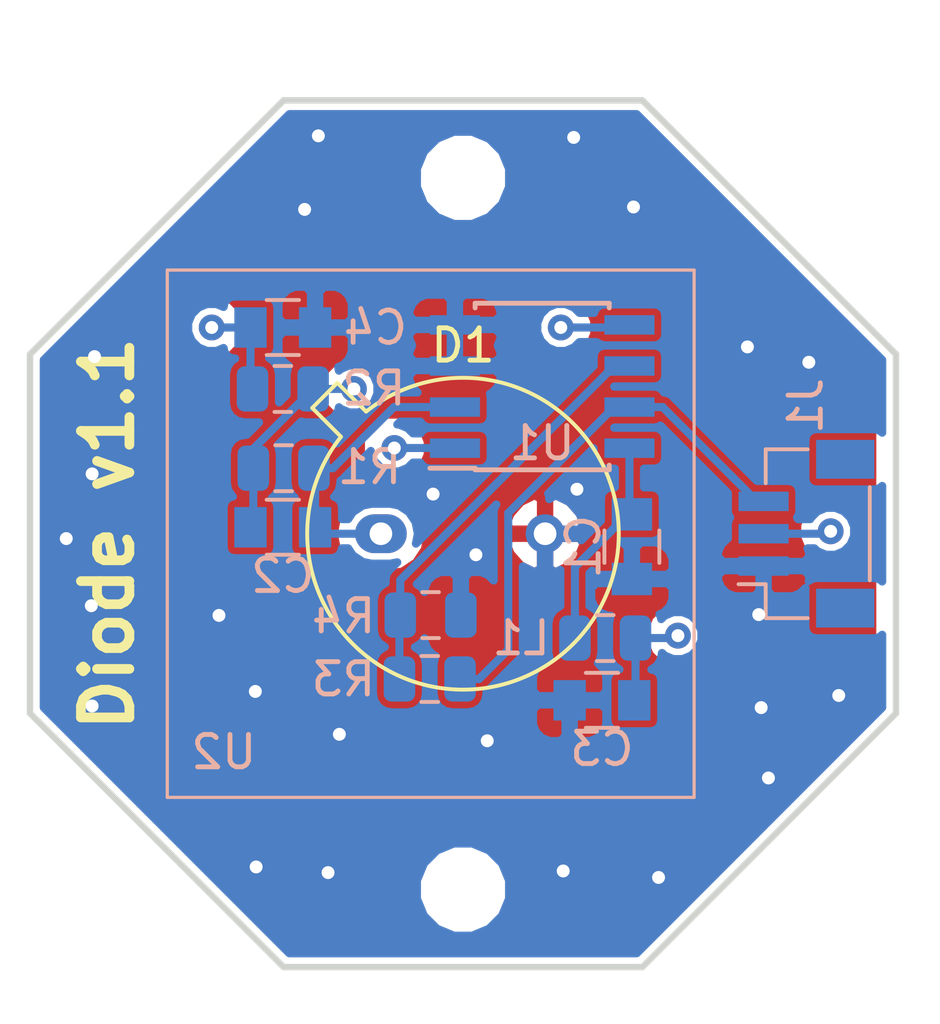
<source format=kicad_pcb>
(kicad_pcb (version 20171130) (host pcbnew "(5.0.0)")

  (general
    (thickness 1.6)
    (drawings 9)
    (tracks 83)
    (zones 0)
    (modules 15)
    (nets 9)
  )

  (page A4)
  (layers
    (0 F.Cu signal)
    (1 In1.Cu signal)
    (2 In2.Cu signal)
    (31 B.Cu signal)
    (32 B.Adhes user)
    (33 F.Adhes user)
    (34 B.Paste user)
    (35 F.Paste user)
    (36 B.SilkS user)
    (37 F.SilkS user)
    (38 B.Mask user)
    (39 F.Mask user)
    (40 Dwgs.User user)
    (41 Cmts.User user)
    (42 Eco1.User user)
    (43 Eco2.User user)
    (44 Edge.Cuts user)
    (45 Margin user)
    (46 B.CrtYd user)
    (47 F.CrtYd user)
    (48 B.Fab user)
    (49 F.Fab user)
  )

  (setup
    (last_trace_width 0.25)
    (trace_clearance 0.1525)
    (zone_clearance 0.508)
    (zone_45_only no)
    (trace_min 0.2)
    (segment_width 0.2)
    (edge_width 0.15)
    (via_size 0.8)
    (via_drill 0.4)
    (via_min_size 0.4)
    (via_min_drill 0.3)
    (uvia_size 0.3)
    (uvia_drill 0.1)
    (uvias_allowed no)
    (uvia_min_size 0.2)
    (uvia_min_drill 0.1)
    (pcb_text_width 0.3)
    (pcb_text_size 1.5 1.5)
    (mod_edge_width 0.15)
    (mod_text_size 1 1)
    (mod_text_width 0.15)
    (pad_size 4.55 1)
    (pad_drill 0)
    (pad_to_mask_clearance 0.2)
    (aux_axis_origin 0 0)
    (visible_elements 7FFFFFFF)
    (pcbplotparams
      (layerselection 0x010fc_ffffffff)
      (usegerberextensions false)
      (usegerberattributes false)
      (usegerberadvancedattributes false)
      (creategerberjobfile false)
      (excludeedgelayer true)
      (linewidth 0.100000)
      (plotframeref false)
      (viasonmask false)
      (mode 1)
      (useauxorigin false)
      (hpglpennumber 1)
      (hpglpenspeed 20)
      (hpglpendiameter 15.000000)
      (psnegative false)
      (psa4output false)
      (plotreference true)
      (plotvalue true)
      (plotinvisibletext false)
      (padsonsilk false)
      (subtractmaskfromsilk false)
      (outputformat 1)
      (mirror false)
      (drillshape 0)
      (scaleselection 1)
      (outputdirectory "Gerbers/"))
  )

  (net 0 "")
  (net 1 +5V)
  (net 2 GND)
  (net 3 /A)
  (net 4 "Net-(C2-Pad2)")
  (net 5 "Net-(C1-Pad1)")
  (net 6 "Net-(C2-Pad1)")
  (net 7 "Net-(C4-Pad1)")
  (net 8 "Net-(R3-Pad1)")

  (net_class Default "This is the default net class."
    (clearance 0.1525)
    (trace_width 0.25)
    (via_dia 0.8)
    (via_drill 0.4)
    (uvia_dia 0.3)
    (uvia_drill 0.1)
    (diff_pair_gap 0.1525)
    (diff_pair_width 0.2)
    (add_net +5V)
    (add_net /A)
    (add_net GND)
    (add_net "Net-(C1-Pad1)")
    (add_net "Net-(C2-Pad1)")
    (add_net "Net-(C2-Pad2)")
    (add_net "Net-(C4-Pad1)")
    (add_net "Net-(R3-Pad1)")
  )

  (module Resistor_SMD:R_0805_2012Metric (layer B.Cu) (tedit 5B36C52B) (tstamp 5C0477A2)
    (at 148.971154 99.490223)
    (descr "Resistor SMD 0805 (2012 Metric), square (rectangular) end terminal, IPC_7351 nominal, (Body size source: https://docs.google.com/spreadsheets/d/1BsfQQcO9C6DZCsRaXUlFlo91Tg2WpOkGARC1WS5S8t0/edit?usp=sharing), generated with kicad-footprint-generator")
    (tags resistor)
    (path /5BE9F44C)
    (attr smd)
    (fp_text reference R3 (at -2.671154 0.009777) (layer B.SilkS)
      (effects (font (size 1 1) (thickness 0.15)) (justify mirror))
    )
    (fp_text value R (at 0 -1.65) (layer B.Fab)
      (effects (font (size 1 1) (thickness 0.15)) (justify mirror))
    )
    (fp_line (start -1 -0.6) (end -1 0.6) (layer B.Fab) (width 0.1))
    (fp_line (start -1 0.6) (end 1 0.6) (layer B.Fab) (width 0.1))
    (fp_line (start 1 0.6) (end 1 -0.6) (layer B.Fab) (width 0.1))
    (fp_line (start 1 -0.6) (end -1 -0.6) (layer B.Fab) (width 0.1))
    (fp_line (start -0.258578 0.71) (end 0.258578 0.71) (layer B.SilkS) (width 0.12))
    (fp_line (start -0.258578 -0.71) (end 0.258578 -0.71) (layer B.SilkS) (width 0.12))
    (fp_line (start -1.68 -0.95) (end -1.68 0.95) (layer B.CrtYd) (width 0.05))
    (fp_line (start -1.68 0.95) (end 1.68 0.95) (layer B.CrtYd) (width 0.05))
    (fp_line (start 1.68 0.95) (end 1.68 -0.95) (layer B.CrtYd) (width 0.05))
    (fp_line (start 1.68 -0.95) (end -1.68 -0.95) (layer B.CrtYd) (width 0.05))
    (fp_text user %R (at 0 0) (layer B.Fab)
      (effects (font (size 0.5 0.5) (thickness 0.08)) (justify mirror))
    )
    (pad 1 smd roundrect (at -0.9375 0) (size 0.975 1.4) (layers B.Cu B.Paste B.Mask) (roundrect_rratio 0.25)
      (net 8 "Net-(R3-Pad1)"))
    (pad 2 smd roundrect (at 0.9375 0) (size 0.975 1.4) (layers B.Cu B.Paste B.Mask) (roundrect_rratio 0.25)
      (net 3 /A))
    (model ${KISYS3DMOD}/Resistor_SMD.3dshapes/R_0805_2012Metric.wrl
      (at (xyz 0 0 0))
      (scale (xyz 1 1 1))
      (rotate (xyz 0 0 0))
    )
  )

  (module Resistor_SMD:R_0805_2012Metric (layer B.Cu) (tedit 5B36C52B) (tstamp 5C047EB9)
    (at 148.996154 97.515223 180)
    (descr "Resistor SMD 0805 (2012 Metric), square (rectangular) end terminal, IPC_7351 nominal, (Body size source: https://docs.google.com/spreadsheets/d/1BsfQQcO9C6DZCsRaXUlFlo91Tg2WpOkGARC1WS5S8t0/edit?usp=sharing), generated with kicad-footprint-generator")
    (tags resistor)
    (path /5BE9F48E)
    (attr smd)
    (fp_text reference R4 (at 2.692154 -0.034777 180) (layer B.SilkS)
      (effects (font (size 1 1) (thickness 0.15)) (justify mirror))
    )
    (fp_text value R (at 0 -1.65 180) (layer B.Fab)
      (effects (font (size 1 1) (thickness 0.15)) (justify mirror))
    )
    (fp_text user %R (at 0 0 180) (layer B.Fab)
      (effects (font (size 0.5 0.5) (thickness 0.08)) (justify mirror))
    )
    (fp_line (start 1.68 -0.95) (end -1.68 -0.95) (layer B.CrtYd) (width 0.05))
    (fp_line (start 1.68 0.95) (end 1.68 -0.95) (layer B.CrtYd) (width 0.05))
    (fp_line (start -1.68 0.95) (end 1.68 0.95) (layer B.CrtYd) (width 0.05))
    (fp_line (start -1.68 -0.95) (end -1.68 0.95) (layer B.CrtYd) (width 0.05))
    (fp_line (start -0.258578 -0.71) (end 0.258578 -0.71) (layer B.SilkS) (width 0.12))
    (fp_line (start -0.258578 0.71) (end 0.258578 0.71) (layer B.SilkS) (width 0.12))
    (fp_line (start 1 -0.6) (end -1 -0.6) (layer B.Fab) (width 0.1))
    (fp_line (start 1 0.6) (end 1 -0.6) (layer B.Fab) (width 0.1))
    (fp_line (start -1 0.6) (end 1 0.6) (layer B.Fab) (width 0.1))
    (fp_line (start -1 -0.6) (end -1 0.6) (layer B.Fab) (width 0.1))
    (pad 2 smd roundrect (at 0.9375 0 180) (size 0.975 1.4) (layers B.Cu B.Paste B.Mask) (roundrect_rratio 0.25)
      (net 8 "Net-(R3-Pad1)"))
    (pad 1 smd roundrect (at -0.9375 0 180) (size 0.975 1.4) (layers B.Cu B.Paste B.Mask) (roundrect_rratio 0.25)
      (net 2 GND))
    (model ${KISYS3DMOD}/Resistor_SMD.3dshapes/R_0805_2012Metric.wrl
      (at (xyz 0 0 0))
      (scale (xyz 1 1 1))
      (rotate (xyz 0 0 0))
    )
  )

  (module Capacitors_SMD:C_0805 (layer B.Cu) (tedit 58AA8463) (tstamp 5C1D0966)
    (at 144.425 94.8)
    (descr "Capacitor SMD 0805, reflow soldering, AVX (see smccp.pdf)")
    (tags "capacitor 0805")
    (path /5BD1DD13)
    (attr smd)
    (fp_text reference C2 (at 0 1.5) (layer B.SilkS)
      (effects (font (size 1 1) (thickness 0.15)) (justify mirror))
    )
    (fp_text value C (at 0 -1.75) (layer B.Fab)
      (effects (font (size 1 1) (thickness 0.15)) (justify mirror))
    )
    (fp_text user %R (at 0 1.5) (layer B.Fab)
      (effects (font (size 1 1) (thickness 0.15)) (justify mirror))
    )
    (fp_line (start -1 -0.62) (end -1 0.62) (layer B.Fab) (width 0.1))
    (fp_line (start 1 -0.62) (end -1 -0.62) (layer B.Fab) (width 0.1))
    (fp_line (start 1 0.62) (end 1 -0.62) (layer B.Fab) (width 0.1))
    (fp_line (start -1 0.62) (end 1 0.62) (layer B.Fab) (width 0.1))
    (fp_line (start 0.5 0.85) (end -0.5 0.85) (layer B.SilkS) (width 0.12))
    (fp_line (start -0.5 -0.85) (end 0.5 -0.85) (layer B.SilkS) (width 0.12))
    (fp_line (start -1.75 0.88) (end 1.75 0.88) (layer B.CrtYd) (width 0.05))
    (fp_line (start -1.75 0.88) (end -1.75 -0.87) (layer B.CrtYd) (width 0.05))
    (fp_line (start 1.75 -0.87) (end 1.75 0.88) (layer B.CrtYd) (width 0.05))
    (fp_line (start 1.75 -0.87) (end -1.75 -0.87) (layer B.CrtYd) (width 0.05))
    (pad 1 smd rect (at -1 0) (size 1 1.25) (layers B.Cu B.Paste B.Mask)
      (net 6 "Net-(C2-Pad1)"))
    (pad 2 smd rect (at 1 0) (size 1 1.25) (layers B.Cu B.Paste B.Mask)
      (net 4 "Net-(C2-Pad2)"))
    (model Capacitors_SMD.3dshapes/C_0805.wrl
      (at (xyz 0 0 0))
      (scale (xyz 1 1 1))
      (rotate (xyz 0 0 0))
    )
  )

  (module Resistor_SMD:R_0805_2012Metric (layer B.Cu) (tedit 5B36C52B) (tstamp 5C1D0996)
    (at 144.45 92.975 180)
    (descr "Resistor SMD 0805 (2012 Metric), square (rectangular) end terminal, IPC_7351 nominal, (Body size source: https://docs.google.com/spreadsheets/d/1BsfQQcO9C6DZCsRaXUlFlo91Tg2WpOkGARC1WS5S8t0/edit?usp=sharing), generated with kicad-footprint-generator")
    (tags resistor)
    (path /5BD1DDDA)
    (attr smd)
    (fp_text reference R1 (at -2.66 0.035 180) (layer B.SilkS)
      (effects (font (size 1 1) (thickness 0.15)) (justify mirror))
    )
    (fp_text value R (at 0 -1.65 180) (layer B.Fab)
      (effects (font (size 1 1) (thickness 0.15)) (justify mirror))
    )
    (fp_line (start -1 -0.6) (end -1 0.6) (layer B.Fab) (width 0.1))
    (fp_line (start -1 0.6) (end 1 0.6) (layer B.Fab) (width 0.1))
    (fp_line (start 1 0.6) (end 1 -0.6) (layer B.Fab) (width 0.1))
    (fp_line (start 1 -0.6) (end -1 -0.6) (layer B.Fab) (width 0.1))
    (fp_line (start -0.258578 0.71) (end 0.258578 0.71) (layer B.SilkS) (width 0.12))
    (fp_line (start -0.258578 -0.71) (end 0.258578 -0.71) (layer B.SilkS) (width 0.12))
    (fp_line (start -1.68 -0.95) (end -1.68 0.95) (layer B.CrtYd) (width 0.05))
    (fp_line (start -1.68 0.95) (end 1.68 0.95) (layer B.CrtYd) (width 0.05))
    (fp_line (start 1.68 0.95) (end 1.68 -0.95) (layer B.CrtYd) (width 0.05))
    (fp_line (start 1.68 -0.95) (end -1.68 -0.95) (layer B.CrtYd) (width 0.05))
    (fp_text user %R (at 0 0 180) (layer B.Fab)
      (effects (font (size 0.5 0.5) (thickness 0.08)) (justify mirror))
    )
    (pad 1 smd roundrect (at -0.9375 0 180) (size 0.975 1.4) (layers B.Cu B.Paste B.Mask) (roundrect_rratio 0.25)
      (net 4 "Net-(C2-Pad2)"))
    (pad 2 smd roundrect (at 0.9375 0 180) (size 0.975 1.4) (layers B.Cu B.Paste B.Mask) (roundrect_rratio 0.25)
      (net 6 "Net-(C2-Pad1)"))
    (model ${KISYS3DMOD}/Resistor_SMD.3dshapes/R_0805_2012Metric.wrl
      (at (xyz 0 0 0))
      (scale (xyz 1 1 1))
      (rotate (xyz 0 0 0))
    )
  )

  (module MountingHole:MountingHole_2.2mm_M2 (layer F.Cu) (tedit 5BF01559) (tstamp 5C095656)
    (at 150 106)
    (descr "Mounting Hole 2.2mm, no annular, M2")
    (tags "mounting hole 2.2mm no annular m2")
    (attr virtual)
    (fp_text reference REF** (at 0 -3.2) (layer Dwgs.User)
      (effects (font (size 1 1) (thickness 0.15)))
    )
    (fp_text value MountingHole_2.2mm_M2 (at 0 3.2) (layer F.Fab)
      (effects (font (size 1 1) (thickness 0.15)))
    )
    (fp_text user %R (at 0.3 0) (layer F.Fab)
      (effects (font (size 1 1) (thickness 0.15)))
    )
    (fp_circle (center 0 0) (end 2.2 0) (layer Cmts.User) (width 0.15))
    (fp_circle (center 0 0) (end 2.45 0) (layer F.CrtYd) (width 0.05))
    (pad 1 np_thru_hole circle (at 0 0) (size 2.2 2.2) (drill 2.2) (layers *.Cu *.Mask))
  )

  (module Resistor_SMD:R_0805_2012Metric (layer B.Cu) (tedit 5B36C52B) (tstamp 5C047791)
    (at 144.425 90.525 180)
    (descr "Resistor SMD 0805 (2012 Metric), square (rectangular) end terminal, IPC_7351 nominal, (Body size source: https://docs.google.com/spreadsheets/d/1BsfQQcO9C6DZCsRaXUlFlo91Tg2WpOkGARC1WS5S8t0/edit?usp=sharing), generated with kicad-footprint-generator")
    (tags resistor)
    (path /5BEB2536)
    (attr smd)
    (fp_text reference R2 (at -2.815 0.015 180) (layer B.SilkS)
      (effects (font (size 1 1) (thickness 0.15)) (justify mirror))
    )
    (fp_text value R (at 0 -1.65 180) (layer B.Fab)
      (effects (font (size 1 1) (thickness 0.15)) (justify mirror))
    )
    (fp_line (start -1 -0.6) (end -1 0.6) (layer B.Fab) (width 0.1))
    (fp_line (start -1 0.6) (end 1 0.6) (layer B.Fab) (width 0.1))
    (fp_line (start 1 0.6) (end 1 -0.6) (layer B.Fab) (width 0.1))
    (fp_line (start 1 -0.6) (end -1 -0.6) (layer B.Fab) (width 0.1))
    (fp_line (start -0.258578 0.71) (end 0.258578 0.71) (layer B.SilkS) (width 0.12))
    (fp_line (start -0.258578 -0.71) (end 0.258578 -0.71) (layer B.SilkS) (width 0.12))
    (fp_line (start -1.68 -0.95) (end -1.68 0.95) (layer B.CrtYd) (width 0.05))
    (fp_line (start -1.68 0.95) (end 1.68 0.95) (layer B.CrtYd) (width 0.05))
    (fp_line (start 1.68 0.95) (end 1.68 -0.95) (layer B.CrtYd) (width 0.05))
    (fp_line (start 1.68 -0.95) (end -1.68 -0.95) (layer B.CrtYd) (width 0.05))
    (fp_text user %R (at 0 0 180) (layer B.Fab)
      (effects (font (size 0.5 0.5) (thickness 0.08)) (justify mirror))
    )
    (pad 1 smd roundrect (at -0.9375 0 180) (size 0.975 1.4) (layers B.Cu B.Paste B.Mask) (roundrect_rratio 0.25)
      (net 6 "Net-(C2-Pad1)"))
    (pad 2 smd roundrect (at 0.9375 0 180) (size 0.975 1.4) (layers B.Cu B.Paste B.Mask) (roundrect_rratio 0.25)
      (net 7 "Net-(C4-Pad1)"))
    (model ${KISYS3DMOD}/Resistor_SMD.3dshapes/R_0805_2012Metric.wrl
      (at (xyz 0 0 0))
      (scale (xyz 1 1 1))
      (rotate (xyz 0 0 0))
    )
  )

  (module Capacitors_SMD:C_0805 (layer B.Cu) (tedit 58AA8463) (tstamp 5BEFFF7E)
    (at 155.225 95.4 270)
    (descr "Capacitor SMD 0805, reflow soldering, AVX (see smccp.pdf)")
    (tags "capacitor 0805")
    (path /5BD1EB34)
    (attr smd)
    (fp_text reference C1 (at 0 1.5 270) (layer B.SilkS)
      (effects (font (size 1 1) (thickness 0.15)) (justify mirror))
    )
    (fp_text value C (at 0 -1.75 270) (layer B.Fab)
      (effects (font (size 1 1) (thickness 0.15)) (justify mirror))
    )
    (fp_line (start 1.75 -0.87) (end -1.75 -0.87) (layer B.CrtYd) (width 0.05))
    (fp_line (start 1.75 -0.87) (end 1.75 0.88) (layer B.CrtYd) (width 0.05))
    (fp_line (start -1.75 0.88) (end -1.75 -0.87) (layer B.CrtYd) (width 0.05))
    (fp_line (start -1.75 0.88) (end 1.75 0.88) (layer B.CrtYd) (width 0.05))
    (fp_line (start -0.5 -0.85) (end 0.5 -0.85) (layer B.SilkS) (width 0.12))
    (fp_line (start 0.5 0.85) (end -0.5 0.85) (layer B.SilkS) (width 0.12))
    (fp_line (start -1 0.62) (end 1 0.62) (layer B.Fab) (width 0.1))
    (fp_line (start 1 0.62) (end 1 -0.62) (layer B.Fab) (width 0.1))
    (fp_line (start 1 -0.62) (end -1 -0.62) (layer B.Fab) (width 0.1))
    (fp_line (start -1 -0.62) (end -1 0.62) (layer B.Fab) (width 0.1))
    (fp_text user %R (at 0 1.5 270) (layer B.Fab)
      (effects (font (size 1 1) (thickness 0.15)) (justify mirror))
    )
    (pad 2 smd rect (at 1 0 270) (size 1 1.25) (layers B.Cu B.Paste B.Mask)
      (net 2 GND))
    (pad 1 smd rect (at -1 0 270) (size 1 1.25) (layers B.Cu B.Paste B.Mask)
      (net 5 "Net-(C1-Pad1)"))
    (model Capacitors_SMD.3dshapes/C_0805.wrl
      (at (xyz 0 0 0))
      (scale (xyz 1 1 1))
      (rotate (xyz 0 0 0))
    )
  )

  (module Package_TO_SOT_THT:TO-5-2_Window (layer F.Cu) (tedit 5A02FF81) (tstamp 5BF73769)
    (at 147.46 95)
    (descr "TO-5-2_Window, Window")
    (tags "TO-5-2_Window Window")
    (path /5BD1DA72)
    (fp_text reference D1 (at 2.54 -5.82) (layer F.SilkS)
      (effects (font (size 1 1) (thickness 0.15)))
    )
    (fp_text value BPW21 (at 2.54 5.82) (layer F.Fab)
      (effects (font (size 1 1) (thickness 0.15)))
    )
    (fp_text user %R (at 2.54 -5.82) (layer F.Fab)
      (effects (font (size 1 1) (thickness 0.15)))
    )
    (fp_line (start -0.465408 -3.61352) (end -1.27151 -4.419621) (layer F.Fab) (width 0.1))
    (fp_line (start -1.27151 -4.419621) (end -1.879621 -3.81151) (layer F.Fab) (width 0.1))
    (fp_line (start -1.879621 -3.81151) (end -1.07352 -3.005408) (layer F.Fab) (width 0.1))
    (fp_line (start 3.864 -2.637) (end 5.177 -1.324) (layer F.Fab) (width 0.1))
    (fp_line (start 3.025 -2.911) (end 5.451 -0.485) (layer F.Fab) (width 0.1))
    (fp_line (start 2.42 -2.948) (end 5.488 0.12) (layer F.Fab) (width 0.1))
    (fp_line (start 1.918 -2.884) (end 5.424 0.622) (layer F.Fab) (width 0.1))
    (fp_line (start 1.482 -2.755) (end 5.295 1.058) (layer F.Fab) (width 0.1))
    (fp_line (start 1.097 -2.574) (end 5.114 1.443) (layer F.Fab) (width 0.1))
    (fp_line (start 0.756 -2.35) (end 4.89 1.784) (layer F.Fab) (width 0.1))
    (fp_line (start 0.454 -2.086) (end 4.626 2.086) (layer F.Fab) (width 0.1))
    (fp_line (start 0.19 -1.784) (end 4.324 2.35) (layer F.Fab) (width 0.1))
    (fp_line (start -0.034 -1.443) (end 3.983 2.574) (layer F.Fab) (width 0.1))
    (fp_line (start -0.215 -1.058) (end 3.598 2.755) (layer F.Fab) (width 0.1))
    (fp_line (start -0.344 -0.622) (end 3.162 2.884) (layer F.Fab) (width 0.1))
    (fp_line (start -0.408 -0.12) (end 2.66 2.948) (layer F.Fab) (width 0.1))
    (fp_line (start -0.371 0.485) (end 2.055 2.911) (layer F.Fab) (width 0.1))
    (fp_line (start -0.097 1.324) (end 1.216 2.637) (layer F.Fab) (width 0.1))
    (fp_line (start -0.457084 -3.774902) (end -1.348039 -4.665856) (layer F.SilkS) (width 0.12))
    (fp_line (start -1.348039 -4.665856) (end -2.125856 -3.888039) (layer F.SilkS) (width 0.12))
    (fp_line (start -2.125856 -3.888039) (end -1.234902 -2.997084) (layer F.SilkS) (width 0.12))
    (fp_line (start -2.41 -4.95) (end -2.41 4.95) (layer F.CrtYd) (width 0.05))
    (fp_line (start -2.41 4.95) (end 7.49 4.95) (layer F.CrtYd) (width 0.05))
    (fp_line (start 7.49 4.95) (end 7.49 -4.95) (layer F.CrtYd) (width 0.05))
    (fp_line (start 7.49 -4.95) (end -2.41 -4.95) (layer F.CrtYd) (width 0.05))
    (fp_circle (center 2.54 0) (end 6.79 0) (layer F.Fab) (width 0.1))
    (fp_circle (center 2.54 0) (end 5.49 0) (layer F.Fab) (width 0.1))
    (fp_arc (start 2.54 0) (end -0.465408 -3.61352) (angle 349.5) (layer F.Fab) (width 0.1))
    (fp_arc (start 2.54 0) (end -0.457084 -3.774902) (angle 346.9) (layer F.SilkS) (width 0.12))
    (pad 1 thru_hole oval (at 0 0) (size 1.6 1.2) (drill 0.7) (layers *.Cu *.Mask)
      (net 4 "Net-(C2-Pad2)"))
    (pad 2 thru_hole oval (at 5.08 0) (size 1.2 1.2) (drill 0.7) (layers *.Cu *.Mask)
      (net 2 GND))
    (model ${KISYS3DMOD}/Package_TO_SOT_THT.3dshapes/TO-5-2_Window.wrl
      (at (xyz 0 0 0))
      (scale (xyz 1 1 1))
      (rotate (xyz 0 0 0))
    )
  )

  (module Connector_Molex:Molex_Pico-Clasp_501331-0307_1x03-1MP_P1.00mm_Vertical (layer B.Cu) (tedit 5AA46ED0) (tstamp 5BF7378F)
    (at 160.625 95 90)
    (descr "Molex Pico-Clasp series connector, 501331-0307 (http://www.molex.com/pdm_docs/sd/5013310207_sd.pdf), generated with kicad-footprint-generator")
    (tags "connector Molex Pico-Clasp side entry")
    (path /5BDDEC06)
    (attr smd)
    (fp_text reference J1 (at 3.95 -0.025 90) (layer B.SilkS)
      (effects (font (size 1 1) (thickness 0.15)) (justify mirror))
    )
    (fp_text value Conn_01x03 (at 0 -3.3 90) (layer B.Fab)
      (effects (font (size 1 1) (thickness 0.15)) (justify mirror))
    )
    (fp_line (start -2.5 -1.15) (end 2.5 -1.15) (layer B.Fab) (width 0.1))
    (fp_line (start -2.61 0.04) (end -2.61 -1.26) (layer B.SilkS) (width 0.12))
    (fp_line (start -2.61 -1.26) (end -1.56 -1.26) (layer B.SilkS) (width 0.12))
    (fp_line (start -1.56 -1.26) (end -1.56 -2.1) (layer B.SilkS) (width 0.12))
    (fp_line (start 2.61 0.04) (end 2.61 -1.26) (layer B.SilkS) (width 0.12))
    (fp_line (start 2.61 -1.26) (end 1.56 -1.26) (layer B.SilkS) (width 0.12))
    (fp_line (start -1.44 1.96) (end 1.44 1.96) (layer B.SilkS) (width 0.12))
    (fp_line (start -2.5 1.85) (end 2.5 1.85) (layer B.Fab) (width 0.1))
    (fp_line (start -2.5 -1.15) (end -2.5 1.85) (layer B.Fab) (width 0.1))
    (fp_line (start 2.5 -1.15) (end 2.5 1.85) (layer B.Fab) (width 0.1))
    (fp_line (start -1.125 0.25) (end -1.125 -0.25) (layer B.Fab) (width 0.1))
    (fp_line (start -1.125 -0.25) (end -0.875 -0.25) (layer B.Fab) (width 0.1))
    (fp_line (start -0.875 -0.25) (end -0.875 0.25) (layer B.Fab) (width 0.1))
    (fp_line (start -0.875 0.25) (end -1.125 0.25) (layer B.Fab) (width 0.1))
    (fp_line (start -0.125 0.25) (end -0.125 -0.25) (layer B.Fab) (width 0.1))
    (fp_line (start -0.125 -0.25) (end 0.125 -0.25) (layer B.Fab) (width 0.1))
    (fp_line (start 0.125 -0.25) (end 0.125 0.25) (layer B.Fab) (width 0.1))
    (fp_line (start 0.125 0.25) (end -0.125 0.25) (layer B.Fab) (width 0.1))
    (fp_line (start 0.875 0.25) (end 0.875 -0.25) (layer B.Fab) (width 0.1))
    (fp_line (start 0.875 -0.25) (end 1.125 -0.25) (layer B.Fab) (width 0.1))
    (fp_line (start 1.125 -0.25) (end 1.125 0.25) (layer B.Fab) (width 0.1))
    (fp_line (start 1.125 0.25) (end 0.875 0.25) (layer B.Fab) (width 0.1))
    (fp_line (start -3.4 2.6) (end -3.4 -2.6) (layer B.CrtYd) (width 0.05))
    (fp_line (start -3.4 -2.6) (end 3.4 -2.6) (layer B.CrtYd) (width 0.05))
    (fp_line (start 3.4 -2.6) (end 3.4 2.6) (layer B.CrtYd) (width 0.05))
    (fp_line (start 3.4 2.6) (end -3.4 2.6) (layer B.CrtYd) (width 0.05))
    (fp_line (start -1.5 -1.15) (end -1 -0.442893) (layer B.Fab) (width 0.1))
    (fp_line (start -1 -0.442893) (end -0.5 -1.15) (layer B.Fab) (width 0.1))
    (fp_text user %R (at 0 1.15 90) (layer B.Fab)
      (effects (font (size 1 1) (thickness 0.15)) (justify mirror))
    )
    (pad 1 smd rect (at -1 -1.325 90) (size 0.6 1.55) (layers B.Cu B.Paste B.Mask)
      (net 2 GND))
    (pad 2 smd rect (at 0 -1.325 90) (size 0.6 1.55) (layers B.Cu B.Paste B.Mask)
      (net 1 +5V))
    (pad 3 smd rect (at 1 -1.325 90) (size 0.6 1.55) (layers B.Cu B.Paste B.Mask)
      (net 3 /A))
    (pad MP smd rect (at -2.3 1.2 90) (size 1.2 1.8) (layers B.Cu B.Paste B.Mask))
    (pad MP smd rect (at 2.3 1.2 90) (size 1.2 1.8) (layers B.Cu B.Paste B.Mask))
    (model ${KISYS3DMOD}/Connector_Molex.3dshapes/Molex_Pico-Clasp_501331-0307_1x03-1MP_P1.00mm_Vertical.wrl
      (at (xyz 0 0 0))
      (scale (xyz 1 1 1))
      (rotate (xyz 0 0 0))
    )
  )

  (module Capacitors_SMD:C_0805 (layer B.Cu) (tedit 58AA8463) (tstamp 5BEFFD6D)
    (at 154.3 100.15)
    (descr "Capacitor SMD 0805, reflow soldering, AVX (see smccp.pdf)")
    (tags "capacitor 0805")
    (path /5BEB2C09)
    (attr smd)
    (fp_text reference C3 (at 0 1.5) (layer B.SilkS)
      (effects (font (size 1 1) (thickness 0.15)) (justify mirror))
    )
    (fp_text value C (at 0 -1.75) (layer B.Fab)
      (effects (font (size 1 1) (thickness 0.15)) (justify mirror))
    )
    (fp_line (start 1.75 -0.87) (end -1.75 -0.87) (layer B.CrtYd) (width 0.05))
    (fp_line (start 1.75 -0.87) (end 1.75 0.88) (layer B.CrtYd) (width 0.05))
    (fp_line (start -1.75 0.88) (end -1.75 -0.87) (layer B.CrtYd) (width 0.05))
    (fp_line (start -1.75 0.88) (end 1.75 0.88) (layer B.CrtYd) (width 0.05))
    (fp_line (start -0.5 -0.85) (end 0.5 -0.85) (layer B.SilkS) (width 0.12))
    (fp_line (start 0.5 0.85) (end -0.5 0.85) (layer B.SilkS) (width 0.12))
    (fp_line (start -1 0.62) (end 1 0.62) (layer B.Fab) (width 0.1))
    (fp_line (start 1 0.62) (end 1 -0.62) (layer B.Fab) (width 0.1))
    (fp_line (start 1 -0.62) (end -1 -0.62) (layer B.Fab) (width 0.1))
    (fp_line (start -1 -0.62) (end -1 0.62) (layer B.Fab) (width 0.1))
    (fp_text user %R (at 0 1.5) (layer B.Fab)
      (effects (font (size 1 1) (thickness 0.15)) (justify mirror))
    )
    (pad 2 smd rect (at 1 0) (size 1 1.25) (layers B.Cu B.Paste B.Mask)
      (net 1 +5V))
    (pad 1 smd rect (at -1 0) (size 1 1.25) (layers B.Cu B.Paste B.Mask)
      (net 2 GND))
    (model Capacitors_SMD.3dshapes/C_0805.wrl
      (at (xyz 0 0 0))
      (scale (xyz 1 1 1))
      (rotate (xyz 0 0 0))
    )
  )

  (module Capacitors_SMD:C_0805 (layer B.Cu) (tedit 58AA8463) (tstamp 5C047E67)
    (at 144.425 88.625)
    (descr "Capacitor SMD 0805, reflow soldering, AVX (see smccp.pdf)")
    (tags "capacitor 0805")
    (path /5BEB2596)
    (attr smd)
    (fp_text reference C4 (at 2.865 0.005) (layer B.SilkS)
      (effects (font (size 1 1) (thickness 0.15)) (justify mirror))
    )
    (fp_text value C (at 0 -1.75) (layer B.Fab)
      (effects (font (size 1 1) (thickness 0.15)) (justify mirror))
    )
    (fp_text user %R (at 0 1.5) (layer B.Fab)
      (effects (font (size 1 1) (thickness 0.15)) (justify mirror))
    )
    (fp_line (start -1 -0.62) (end -1 0.62) (layer B.Fab) (width 0.1))
    (fp_line (start 1 -0.62) (end -1 -0.62) (layer B.Fab) (width 0.1))
    (fp_line (start 1 0.62) (end 1 -0.62) (layer B.Fab) (width 0.1))
    (fp_line (start -1 0.62) (end 1 0.62) (layer B.Fab) (width 0.1))
    (fp_line (start 0.5 0.85) (end -0.5 0.85) (layer B.SilkS) (width 0.12))
    (fp_line (start -0.5 -0.85) (end 0.5 -0.85) (layer B.SilkS) (width 0.12))
    (fp_line (start -1.75 0.88) (end 1.75 0.88) (layer B.CrtYd) (width 0.05))
    (fp_line (start -1.75 0.88) (end -1.75 -0.87) (layer B.CrtYd) (width 0.05))
    (fp_line (start 1.75 -0.87) (end 1.75 0.88) (layer B.CrtYd) (width 0.05))
    (fp_line (start 1.75 -0.87) (end -1.75 -0.87) (layer B.CrtYd) (width 0.05))
    (pad 1 smd rect (at -1 0) (size 1 1.25) (layers B.Cu B.Paste B.Mask)
      (net 7 "Net-(C4-Pad1)"))
    (pad 2 smd rect (at 1 0) (size 1 1.25) (layers B.Cu B.Paste B.Mask)
      (net 2 GND))
    (model Capacitors_SMD.3dshapes/C_0805.wrl
      (at (xyz 0 0 0))
      (scale (xyz 1 1 1))
      (rotate (xyz 0 0 0))
    )
  )

  (module Inductor_SMD:L_0805_2012Metric (layer B.Cu) (tedit 5B36C52B) (tstamp 5BEFFC0B)
    (at 154.4 98.225 180)
    (descr "Inductor SMD 0805 (2012 Metric), square (rectangular) end terminal, IPC_7351 nominal, (Body size source: https://docs.google.com/spreadsheets/d/1BsfQQcO9C6DZCsRaXUlFlo91Tg2WpOkGARC1WS5S8t0/edit?usp=sharing), generated with kicad-footprint-generator")
    (tags inductor)
    (path /5BEB286B)
    (attr smd)
    (fp_text reference L1 (at 2.6 -0.005 180) (layer B.SilkS)
      (effects (font (size 1 1) (thickness 0.15)) (justify mirror))
    )
    (fp_text value Ferrite_Bead (at 0 -1.65 180) (layer B.Fab)
      (effects (font (size 1 1) (thickness 0.15)) (justify mirror))
    )
    (fp_line (start -1 -0.6) (end -1 0.6) (layer B.Fab) (width 0.1))
    (fp_line (start -1 0.6) (end 1 0.6) (layer B.Fab) (width 0.1))
    (fp_line (start 1 0.6) (end 1 -0.6) (layer B.Fab) (width 0.1))
    (fp_line (start 1 -0.6) (end -1 -0.6) (layer B.Fab) (width 0.1))
    (fp_line (start -0.258578 0.71) (end 0.258578 0.71) (layer B.SilkS) (width 0.12))
    (fp_line (start -0.258578 -0.71) (end 0.258578 -0.71) (layer B.SilkS) (width 0.12))
    (fp_line (start -1.68 -0.95) (end -1.68 0.95) (layer B.CrtYd) (width 0.05))
    (fp_line (start -1.68 0.95) (end 1.68 0.95) (layer B.CrtYd) (width 0.05))
    (fp_line (start 1.68 0.95) (end 1.68 -0.95) (layer B.CrtYd) (width 0.05))
    (fp_line (start 1.68 -0.95) (end -1.68 -0.95) (layer B.CrtYd) (width 0.05))
    (fp_text user %R (at 0 0 180) (layer B.Fab)
      (effects (font (size 0.5 0.5) (thickness 0.08)) (justify mirror))
    )
    (pad 1 smd roundrect (at -0.9375 0 180) (size 0.975 1.4) (layers B.Cu B.Paste B.Mask) (roundrect_rratio 0.25)
      (net 1 +5V))
    (pad 2 smd roundrect (at 0.9375 0 180) (size 0.975 1.4) (layers B.Cu B.Paste B.Mask) (roundrect_rratio 0.25)
      (net 5 "Net-(C1-Pad1)"))
    (model ${KISYS3DMOD}/Inductor_SMD.3dshapes/L_0805_2012Metric.wrl
      (at (xyz 0 0 0))
      (scale (xyz 1 1 1))
      (rotate (xyz 0 0 0))
    )
  )

  (module Housings_SOIC:SOIC-8_3.9x4.9mm_Pitch1.27mm (layer B.Cu) (tedit 58CD0CDA) (tstamp 5BEFFB51)
    (at 152.45 90.45)
    (descr "8-Lead Plastic Small Outline (SN) - Narrow, 3.90 mm Body [SOIC] (see Microchip Packaging Specification 00000049BS.pdf)")
    (tags "SOIC 1.27")
    (path /5BE9F049)
    (attr smd)
    (fp_text reference U1 (at 0 1.75) (layer B.SilkS)
      (effects (font (size 1 1) (thickness 0.15)) (justify mirror))
    )
    (fp_text value Opamp_Dual_Generic (at 0 -3.5) (layer B.Fab)
      (effects (font (size 1 1) (thickness 0.15)) (justify mirror))
    )
    (fp_text user %R (at 0 0) (layer B.Fab)
      (effects (font (size 1 1) (thickness 0.15)) (justify mirror))
    )
    (fp_line (start -0.95 2.45) (end 1.95 2.45) (layer B.Fab) (width 0.1))
    (fp_line (start 1.95 2.45) (end 1.95 -2.45) (layer B.Fab) (width 0.1))
    (fp_line (start 1.95 -2.45) (end -1.95 -2.45) (layer B.Fab) (width 0.1))
    (fp_line (start -1.95 -2.45) (end -1.95 1.45) (layer B.Fab) (width 0.1))
    (fp_line (start -1.95 1.45) (end -0.95 2.45) (layer B.Fab) (width 0.1))
    (fp_line (start -3.73 2.7) (end -3.73 -2.7) (layer B.CrtYd) (width 0.05))
    (fp_line (start 3.73 2.7) (end 3.73 -2.7) (layer B.CrtYd) (width 0.05))
    (fp_line (start -3.73 2.7) (end 3.73 2.7) (layer B.CrtYd) (width 0.05))
    (fp_line (start -3.73 -2.7) (end 3.73 -2.7) (layer B.CrtYd) (width 0.05))
    (fp_line (start -2.075 2.575) (end -2.075 2.525) (layer B.SilkS) (width 0.15))
    (fp_line (start 2.075 2.575) (end 2.075 2.43) (layer B.SilkS) (width 0.15))
    (fp_line (start 2.075 -2.575) (end 2.075 -2.43) (layer B.SilkS) (width 0.15))
    (fp_line (start -2.075 -2.575) (end -2.075 -2.43) (layer B.SilkS) (width 0.15))
    (fp_line (start -2.075 2.575) (end 2.075 2.575) (layer B.SilkS) (width 0.15))
    (fp_line (start -2.075 -2.575) (end 2.075 -2.575) (layer B.SilkS) (width 0.15))
    (fp_line (start -2.075 2.525) (end -3.475 2.525) (layer B.SilkS) (width 0.15))
    (pad 1 smd rect (at -2.7 1.905) (size 1.55 0.6) (layers B.Cu B.Paste B.Mask)
      (net 6 "Net-(C2-Pad1)"))
    (pad 2 smd rect (at -2.7 0.635) (size 1.55 0.6) (layers B.Cu B.Paste B.Mask)
      (net 4 "Net-(C2-Pad2)"))
    (pad 3 smd rect (at -2.7 -0.635) (size 1.55 0.6) (layers B.Cu B.Paste B.Mask)
      (net 2 GND))
    (pad 4 smd rect (at -2.7 -1.905) (size 1.55 0.6) (layers B.Cu B.Paste B.Mask)
      (net 2 GND))
    (pad 5 smd rect (at 2.7 -1.905) (size 1.55 0.6) (layers B.Cu B.Paste B.Mask)
      (net 7 "Net-(C4-Pad1)"))
    (pad 6 smd rect (at 2.7 -0.635) (size 1.55 0.6) (layers B.Cu B.Paste B.Mask)
      (net 8 "Net-(R3-Pad1)"))
    (pad 7 smd rect (at 2.7 0.635) (size 1.55 0.6) (layers B.Cu B.Paste B.Mask)
      (net 3 /A))
    (pad 8 smd rect (at 2.7 1.905) (size 1.55 0.6) (layers B.Cu B.Paste B.Mask)
      (net 5 "Net-(C1-Pad1)"))
    (model ${KISYS3DMOD}/Housings_SOIC.3dshapes/SOIC-8_3.9x4.9mm_Pitch1.27mm.wrl
      (at (xyz 0 0 0))
      (scale (xyz 1 1 1))
      (rotate (xyz 0 0 0))
    )
  )

  (module EMIshield:Laird-BMI-S-202-F (layer B.Cu) (tedit 5BF000A2) (tstamp 5C1D0889)
    (at 149 95 90)
    (path /5BD574D7)
    (fp_text reference U2 (at -6.75 -6.4) (layer B.SilkS)
      (effects (font (size 1 1) (thickness 0.15)) (justify mirror))
    )
    (fp_text value EMIshield (at -0.1 -3 90) (layer B.Fab)
      (effects (font (size 1 1) (thickness 0.15)) (justify mirror))
    )
    (fp_line (start -8.15 8.15) (end 8.15 8.15) (layer B.SilkS) (width 0.1))
    (fp_line (start -8.15 -8.15) (end 8.15 -8.15) (layer B.SilkS) (width 0.1))
    (fp_line (start 8.15 8.15) (end 8.15 -8.15) (layer B.SilkS) (width 0.1))
    (fp_line (start -8.15 8.15) (end -8.15 -8.15) (layer B.SilkS) (width 0.1))
    (pad 1 smd rect (at 0 8.15 90) (size 3.8 1) (layers B.Cu B.Paste B.Mask)
      (net 2 GND) (zone_connect 2))
    (pad 1 smd rect (at 0 -8.15 90) (size 3.8 1) (layers B.Cu B.Paste B.Mask)
      (net 2 GND) (zone_connect 2))
    (pad 1 smd rect (at -8.15 0) (size 3.8 1) (layers B.Cu B.Paste B.Mask)
      (net 2 GND) (zone_connect 2))
    (pad 1 smd rect (at 8.15 0) (size 3.8 1) (layers B.Cu B.Paste B.Mask)
      (net 2 GND) (zone_connect 2))
    (pad 1 smd custom (at -8.15 6.375) (size 4.55 1) (layers B.Cu B.Paste B.Mask)
      (net 2 GND) (zone_connect 2)
      (options (clearance outline) (anchor rect))
      (primitives
      ))
    (pad 1 smd custom (at -6.375 8.15 270) (size 4.55 1) (layers B.Cu B.Paste B.Mask)
      (net 2 GND) (zone_connect 2)
      (options (clearance outline) (anchor rect))
      (primitives
      ))
    (pad 1 smd custom (at -8.15 -6.375) (size 4.55 1) (layers B.Cu B.Paste B.Mask)
      (net 2 GND) (zone_connect 2)
      (options (clearance outline) (anchor rect))
      (primitives
      ))
    (pad 1 smd custom (at -6.375 -8.15 270) (size 4.55 1) (layers B.Cu B.Paste B.Mask)
      (net 2 GND) (zone_connect 2)
      (options (clearance outline) (anchor rect))
      (primitives
      ))
    (pad 1 smd custom (at 6.375 -8.15 270) (size 4.55 1) (layers B.Cu B.Paste B.Mask)
      (net 2 GND) (zone_connect 2)
      (options (clearance outline) (anchor rect))
      (primitives
      ))
    (pad 1 smd custom (at 8.15 -6.375) (size 4.55 1) (layers B.Cu B.Paste B.Mask)
      (net 2 GND) (zone_connect 2)
      (options (clearance outline) (anchor rect))
      (primitives
      ))
    (pad 1 smd custom (at 8.15 6.375) (size 4.55 1) (layers B.Cu B.Paste B.Mask)
      (net 2 GND) (zone_connect 2)
      (options (clearance outline) (anchor rect))
      (primitives
      ))
    (pad 1 smd custom (at 6.375 8.15 270) (size 4.55 1) (layers B.Cu B.Paste B.Mask)
      (net 2 GND) (zone_connect 2)
      (options (clearance outline) (anchor rect))
      (primitives
      ))
  )

  (module MountingHole:MountingHole_2.2mm_M2 (layer F.Cu) (tedit 5BF01551) (tstamp 5C09562C)
    (at 150 84)
    (descr "Mounting Hole 2.2mm, no annular, M2")
    (tags "mounting hole 2.2mm no annular m2")
    (attr virtual)
    (fp_text reference REF** (at 0 -4.65) (layer Dwgs.User)
      (effects (font (size 1 1) (thickness 0.15)))
    )
    (fp_text value MountingHole_2.2mm_M2 (at 0 3.2) (layer F.Fab)
      (effects (font (size 1 1) (thickness 0.15)))
    )
    (fp_circle (center 0 0) (end 2.45 0) (layer F.CrtYd) (width 0.05))
    (fp_circle (center 0 0) (end 2.2 0) (layer Cmts.User) (width 0.15))
    (fp_text user %R (at 0.3 0) (layer F.Fab)
      (effects (font (size 1 1) (thickness 0.15)))
    )
    (pad 1 np_thru_hole circle (at 0 0) (size 2.2 2.2) (drill 2.2) (layers *.Cu *.Mask))
  )

  (gr_text "Diode v1.1" (at 139 95 90) (layer F.SilkS)
    (effects (font (size 1.5 1.5) (thickness 0.3)))
  )
  (gr_line (start 163.396253 100.54891) (end 163.396253 89.45109) (layer Edge.Cuts) (width 0.2))
  (gr_line (start 163.396253 89.45109) (end 155.54891 81.603747) (layer Edge.Cuts) (width 0.2))
  (gr_line (start 136.603747 100.54891) (end 144.45109 108.396253) (layer Edge.Cuts) (width 0.2))
  (gr_line (start 144.45109 81.603747) (end 136.603747 89.45109) (layer Edge.Cuts) (width 0.2))
  (gr_line (start 155.54891 81.603747) (end 144.45109 81.603747) (layer Edge.Cuts) (width 0.2))
  (gr_line (start 144.45109 108.396253) (end 155.54891 108.396253) (layer Edge.Cuts) (width 0.2))
  (gr_line (start 155.54891 108.396253) (end 163.396253 100.54891) (layer Edge.Cuts) (width 0.2))
  (gr_line (start 136.603747 89.45109) (end 136.603747 100.54891) (layer Edge.Cuts) (width 0.2))

  (segment (start 155.3375 100.1125) (end 155.3 100.15) (width 0.25) (layer B.Cu) (net 1))
  (segment (start 155.3375 98.225) (end 155.3375 100.1125) (width 0.25) (layer B.Cu) (net 1))
  (via (at 161.375 94.925) (size 0.8) (drill 0.4) (layers F.Cu B.Cu) (net 1))
  (via (at 156.65 98.15) (size 0.8) (drill 0.4) (layers F.Cu B.Cu) (net 1))
  (segment (start 161.3 95) (end 161.375 94.925) (width 0.25) (layer B.Cu) (net 1))
  (segment (start 159.3 95) (end 161.3 95) (width 0.25) (layer B.Cu) (net 1))
  (segment (start 156.575 98.225) (end 156.65 98.15) (width 0.25) (layer B.Cu) (net 1))
  (segment (start 155.3375 98.225) (end 156.575 98.225) (width 0.25) (layer B.Cu) (net 1))
  (via (at 138.6 89.525) (size 0.8) (drill 0.4) (layers F.Cu B.Cu) (net 2))
  (via (at 138.5 97.225) (size 0.8) (drill 0.4) (layers F.Cu B.Cu) (net 2))
  (via (at 145.825 105.475) (size 0.8) (drill 0.4) (layers F.Cu B.Cu) (net 2))
  (via (at 153.1 105.425) (size 0.8) (drill 0.4) (layers F.Cu B.Cu) (net 2))
  (via (at 159.225 100.375) (size 0.8) (drill 0.4) (layers F.Cu B.Cu) (net 2))
  (via (at 160.7 89.7) (size 0.8) (drill 0.4) (layers F.Cu B.Cu) (net 2))
  (via (at 158.8 89.225) (size 0.8) (drill 0.4) (layers F.Cu B.Cu) (net 2))
  (via (at 155.275 84.9) (size 0.8) (drill 0.4) (layers F.Cu B.Cu) (net 2))
  (via (at 145.1 84.975) (size 0.8) (drill 0.4) (layers F.Cu B.Cu) (net 2))
  (via (at 153.425 82.75) (size 0.8) (drill 0.4) (layers F.Cu B.Cu) (net 2) (tstamp 5BF00A70))
  (via (at 142.45 97.525) (size 0.8) (drill 0.4) (layers F.Cu B.Cu) (net 2) (tstamp 5BF00A74))
  (via (at 143.575 99.875) (size 0.8) (drill 0.4) (layers F.Cu B.Cu) (net 2) (tstamp 5BF00A76))
  (via (at 146.175 101.2) (size 0.8) (drill 0.4) (layers F.Cu B.Cu) (net 2) (tstamp 5BF00A78))
  (via (at 150.75 101.4) (size 0.8) (drill 0.4) (layers F.Cu B.Cu) (net 2) (tstamp 5BF00A7A))
  (via (at 161.625 100) (size 0.8) (drill 0.4) (layers F.Cu B.Cu) (net 2) (tstamp 5BF00A7F))
  (via (at 159.15 97.5) (size 0.8) (drill 0.4) (layers F.Cu B.Cu) (net 2) (tstamp 5BF00A81))
  (via (at 138.525 93.15) (size 0.8) (drill 0.4) (layers F.Cu B.Cu) (net 2) (tstamp 5BF00A97))
  (via (at 138.525 100.325) (size 0.8) (drill 0.4) (layers F.Cu B.Cu) (net 2) (tstamp 5BF00A9A))
  (via (at 145.525 82.7) (size 0.8) (drill 0.4) (layers F.Cu B.Cu) (net 2) (tstamp 5C095678))
  (via (at 156.05 105.625) (size 0.8) (drill 0.4) (layers F.Cu B.Cu) (net 2) (tstamp 5C09567A))
  (via (at 159.45 102.55) (size 0.8) (drill 0.4) (layers F.Cu B.Cu) (net 2) (tstamp 5C09567C))
  (via (at 137.725 95.15) (size 0.8) (drill 0.4) (layers F.Cu B.Cu) (net 2) (tstamp 5C09567E))
  (via (at 143.6 105.3) (size 0.8) (drill 0.4) (layers F.Cu B.Cu) (net 2) (tstamp 5C095680))
  (via (at 150.4 95.65) (size 0.8) (drill 0.4) (layers F.Cu B.Cu) (net 2) (tstamp 5C095DC6))
  (via (at 149.075 93.775) (size 0.8) (drill 0.4) (layers F.Cu B.Cu) (net 2) (tstamp 5C095E7E))
  (via (at 153.525 93.625) (size 0.8) (drill 0.4) (layers F.Cu B.Cu) (net 2))
  (segment (start 156.175 91.085) (end 155.15 91.085) (width 0.25) (layer B.Cu) (net 3))
  (segment (start 159.09 94) (end 156.175 91.085) (width 0.25) (layer B.Cu) (net 3))
  (segment (start 159.3 94) (end 159.09 94) (width 0.25) (layer B.Cu) (net 3))
  (segment (start 154.675 91.085) (end 155.15 91.085) (width 0.25) (layer B.Cu) (net 3))
  (segment (start 151.4 94.36) (end 154.675 91.085) (width 0.25) (layer B.Cu) (net 3))
  (segment (start 151.4 98.586377) (end 151.4 94.36) (width 0.25) (layer B.Cu) (net 3))
  (segment (start 149.908654 99.490223) (end 150.496154 99.490223) (width 0.25) (layer B.Cu) (net 3))
  (segment (start 150.496154 99.490223) (end 151.4 98.586377) (width 0.25) (layer B.Cu) (net 3))
  (segment (start 145.625 95) (end 145.425 94.8) (width 0.25) (layer B.Cu) (net 4))
  (segment (start 147.46 95) (end 145.625 95) (width 0.25) (layer B.Cu) (net 4))
  (segment (start 145.425 93.0125) (end 145.3875 92.975) (width 0.25) (layer B.Cu) (net 4))
  (segment (start 145.425 94.8) (end 145.425 93.0125) (width 0.25) (layer B.Cu) (net 4))
  (segment (start 148.725 91.085) (end 149.75 91.085) (width 0.25) (layer B.Cu) (net 4))
  (segment (start 147.865 91.085) (end 148.725 91.085) (width 0.25) (layer B.Cu) (net 4))
  (segment (start 145.975 92.975) (end 147.865 91.085) (width 0.25) (layer B.Cu) (net 4))
  (segment (start 145.3875 92.975) (end 145.975 92.975) (width 0.25) (layer B.Cu) (net 4))
  (segment (start 155.15 94.325) (end 155.225 94.4) (width 0.25) (layer B.Cu) (net 5))
  (segment (start 155.15 92.355) (end 155.15 94.325) (width 0.25) (layer B.Cu) (net 5))
  (segment (start 153.4625 97.425) (end 153.4625 98.225) (width 0.25) (layer B.Cu) (net 5))
  (segment (start 153.4625 96.0375) (end 153.4625 97.425) (width 0.25) (layer B.Cu) (net 5))
  (segment (start 155.1 94.4) (end 153.4625 96.0375) (width 0.25) (layer B.Cu) (net 5))
  (segment (start 155.225 94.4) (end 155.1 94.4) (width 0.25) (layer B.Cu) (net 5))
  (segment (start 143.5125 92.375) (end 143.5125 92.975) (width 0.25) (layer B.Cu) (net 6))
  (segment (start 145.3625 90.525) (end 143.5125 92.375) (width 0.25) (layer B.Cu) (net 6))
  (segment (start 145.3625 90.525) (end 146.625 90.525) (width 0.25) (layer B.Cu) (net 6))
  (via (at 146.625 90.525) (size 0.8) (drill 0.4) (layers F.Cu B.Cu) (net 6))
  (segment (start 147.024999 90.924999) (end 147.024999 91.499999) (width 0.25) (layer In2.Cu) (net 6))
  (segment (start 146.625 90.525) (end 147.024999 90.924999) (width 0.25) (layer In2.Cu) (net 6))
  (via (at 147.875 92.35) (size 0.8) (drill 0.4) (layers F.Cu B.Cu) (net 6))
  (segment (start 147.024999 91.499999) (end 147.875 92.35) (width 0.25) (layer In2.Cu) (net 6))
  (segment (start 149.745 92.35) (end 149.75 92.355) (width 0.25) (layer B.Cu) (net 6))
  (segment (start 147.875 92.35) (end 149.745 92.35) (width 0.25) (layer B.Cu) (net 6))
  (segment (start 143.5125 94.7125) (end 143.425 94.8) (width 0.25) (layer B.Cu) (net 6))
  (segment (start 143.5125 92.975) (end 143.5125 94.7125) (width 0.25) (layer B.Cu) (net 6))
  (segment (start 143.425 90.4625) (end 143.4875 90.525) (width 0.25) (layer B.Cu) (net 7))
  (segment (start 143.425 88.625) (end 143.425 90.4625) (width 0.25) (layer B.Cu) (net 7))
  (segment (start 143.425 88.625) (end 142.675 88.625) (width 0.25) (layer B.Cu) (net 7))
  (via (at 142.225 88.625) (size 0.8) (drill 0.4) (layers F.Cu B.Cu) (net 7))
  (segment (start 142.675 88.625) (end 142.225 88.625) (width 0.25) (layer B.Cu) (net 7))
  (segment (start 142.225 88.625) (end 153.025 88.625) (width 0.25) (layer In2.Cu) (net 7))
  (via (at 153.025 88.625) (size 0.8) (drill 0.4) (layers F.Cu B.Cu) (net 7))
  (segment (start 155.07 88.625) (end 155.15 88.545) (width 0.25) (layer B.Cu) (net 7))
  (segment (start 153.025 88.625) (end 155.07 88.625) (width 0.25) (layer B.Cu) (net 7))
  (segment (start 148.033654 97.540223) (end 148.058654 97.515223) (width 0.25) (layer B.Cu) (net 8))
  (segment (start 148.033654 99.490223) (end 148.033654 97.540223) (width 0.25) (layer B.Cu) (net 8))
  (segment (start 148.058654 96.715223) (end 148.058654 97.515223) (width 0.25) (layer B.Cu) (net 8))
  (segment (start 148.058654 96.431346) (end 148.058654 96.715223) (width 0.25) (layer B.Cu) (net 8))
  (segment (start 154.675 89.815) (end 148.058654 96.431346) (width 0.25) (layer B.Cu) (net 8))
  (segment (start 155.15 89.815) (end 154.675 89.815) (width 0.25) (layer B.Cu) (net 8))

  (zone (net 2) (net_name GND) (layer F.Cu) (tstamp 5C21EFA4) (hatch edge 0.508)
    (connect_pads (clearance 0.508))
    (min_thickness 0.254)
    (fill yes (arc_segments 16) (thermal_gap 0.508) (thermal_bridge_width 0.508))
    (polygon
      (pts
        (xy 135.675 80.1) (xy 164.775 80.1) (xy 164.775 110.175) (xy 135.675 110.175) (xy 135.675 109.8)
      )
    )
    (filled_polygon
      (pts
        (xy 149.017201 82.529138) (xy 148.529138 83.017201) (xy 148.265 83.654887) (xy 148.265 84.345113) (xy 148.529138 84.982799)
        (xy 149.017201 85.470862) (xy 149.654887 85.735) (xy 150.345113 85.735) (xy 150.982799 85.470862) (xy 151.470862 84.982799)
        (xy 151.735 84.345113) (xy 151.735 83.654887) (xy 151.470862 83.017201) (xy 150.982799 82.529138) (xy 150.523154 82.338747)
        (xy 155.244464 82.338747) (xy 162.661254 89.755538) (xy 162.661253 100.244463) (xy 155.244464 107.661253) (xy 150.523154 107.661253)
        (xy 150.982799 107.470862) (xy 151.470862 106.982799) (xy 151.735 106.345113) (xy 151.735 105.654887) (xy 151.470862 105.017201)
        (xy 150.982799 104.529138) (xy 150.345113 104.265) (xy 149.654887 104.265) (xy 149.017201 104.529138) (xy 148.529138 105.017201)
        (xy 148.265 105.654887) (xy 148.265 106.345113) (xy 148.529138 106.982799) (xy 149.017201 107.470862) (xy 149.476846 107.661253)
        (xy 144.755537 107.661253) (xy 137.338747 100.244464) (xy 137.338747 97.944126) (xy 155.615 97.944126) (xy 155.615 98.355874)
        (xy 155.772569 98.73628) (xy 156.06372 99.027431) (xy 156.444126 99.185) (xy 156.855874 99.185) (xy 157.23628 99.027431)
        (xy 157.527431 98.73628) (xy 157.685 98.355874) (xy 157.685 97.944126) (xy 157.527431 97.56372) (xy 157.23628 97.272569)
        (xy 156.855874 97.115) (xy 156.444126 97.115) (xy 156.06372 97.272569) (xy 155.772569 97.56372) (xy 155.615 97.944126)
        (xy 137.338747 97.944126) (xy 137.338747 95) (xy 146.000805 95) (xy 146.096656 95.481873) (xy 146.369615 95.890385)
        (xy 146.778127 96.163344) (xy 147.138364 96.235) (xy 147.781636 96.235) (xy 148.141873 96.163344) (xy 148.550385 95.890385)
        (xy 148.823344 95.481873) (xy 148.856018 95.317609) (xy 151.346538 95.317609) (xy 151.471503 95.619327) (xy 151.789844 95.98108)
        (xy 152.222389 96.193472) (xy 152.413 96.069714) (xy 152.413 95.127) (xy 152.667 95.127) (xy 152.667 96.069714)
        (xy 152.857611 96.193472) (xy 153.290156 95.98108) (xy 153.608497 95.619327) (xy 153.733462 95.317609) (xy 153.608731 95.127)
        (xy 152.667 95.127) (xy 152.413 95.127) (xy 151.471269 95.127) (xy 151.346538 95.317609) (xy 148.856018 95.317609)
        (xy 148.919195 95) (xy 148.856019 94.682391) (xy 151.346538 94.682391) (xy 151.471269 94.873) (xy 152.413 94.873)
        (xy 152.413 93.930286) (xy 152.667 93.930286) (xy 152.667 94.873) (xy 153.608731 94.873) (xy 153.709423 94.719126)
        (xy 160.34 94.719126) (xy 160.34 95.130874) (xy 160.497569 95.51128) (xy 160.78872 95.802431) (xy 161.169126 95.96)
        (xy 161.580874 95.96) (xy 161.96128 95.802431) (xy 162.252431 95.51128) (xy 162.41 95.130874) (xy 162.41 94.719126)
        (xy 162.252431 94.33872) (xy 161.96128 94.047569) (xy 161.580874 93.89) (xy 161.169126 93.89) (xy 160.78872 94.047569)
        (xy 160.497569 94.33872) (xy 160.34 94.719126) (xy 153.709423 94.719126) (xy 153.733462 94.682391) (xy 153.608497 94.380673)
        (xy 153.290156 94.01892) (xy 152.857611 93.806528) (xy 152.667 93.930286) (xy 152.413 93.930286) (xy 152.222389 93.806528)
        (xy 151.789844 94.01892) (xy 151.471503 94.380673) (xy 151.346538 94.682391) (xy 148.856019 94.682391) (xy 148.823344 94.518127)
        (xy 148.550385 94.109615) (xy 148.141873 93.836656) (xy 147.781636 93.765) (xy 147.138364 93.765) (xy 146.778127 93.836656)
        (xy 146.369615 94.109615) (xy 146.096656 94.518127) (xy 146.000805 95) (xy 137.338747 95) (xy 137.338747 92.144126)
        (xy 146.84 92.144126) (xy 146.84 92.555874) (xy 146.997569 92.93628) (xy 147.28872 93.227431) (xy 147.669126 93.385)
        (xy 148.080874 93.385) (xy 148.46128 93.227431) (xy 148.752431 92.93628) (xy 148.91 92.555874) (xy 148.91 92.144126)
        (xy 148.752431 91.76372) (xy 148.46128 91.472569) (xy 148.080874 91.315) (xy 147.669126 91.315) (xy 147.28872 91.472569)
        (xy 146.997569 91.76372) (xy 146.84 92.144126) (xy 137.338747 92.144126) (xy 137.338747 90.319126) (xy 145.59 90.319126)
        (xy 145.59 90.730874) (xy 145.747569 91.11128) (xy 146.03872 91.402431) (xy 146.419126 91.56) (xy 146.830874 91.56)
        (xy 147.21128 91.402431) (xy 147.502431 91.11128) (xy 147.66 90.730874) (xy 147.66 90.319126) (xy 147.502431 89.93872)
        (xy 147.21128 89.647569) (xy 146.830874 89.49) (xy 146.419126 89.49) (xy 146.03872 89.647569) (xy 145.747569 89.93872)
        (xy 145.59 90.319126) (xy 137.338747 90.319126) (xy 137.338747 89.755536) (xy 138.675157 88.419126) (xy 141.19 88.419126)
        (xy 141.19 88.830874) (xy 141.347569 89.21128) (xy 141.63872 89.502431) (xy 142.019126 89.66) (xy 142.430874 89.66)
        (xy 142.81128 89.502431) (xy 143.102431 89.21128) (xy 143.26 88.830874) (xy 143.26 88.419126) (xy 151.99 88.419126)
        (xy 151.99 88.830874) (xy 152.147569 89.21128) (xy 152.43872 89.502431) (xy 152.819126 89.66) (xy 153.230874 89.66)
        (xy 153.61128 89.502431) (xy 153.902431 89.21128) (xy 154.06 88.830874) (xy 154.06 88.419126) (xy 153.902431 88.03872)
        (xy 153.61128 87.747569) (xy 153.230874 87.59) (xy 152.819126 87.59) (xy 152.43872 87.747569) (xy 152.147569 88.03872)
        (xy 151.99 88.419126) (xy 143.26 88.419126) (xy 143.102431 88.03872) (xy 142.81128 87.747569) (xy 142.430874 87.59)
        (xy 142.019126 87.59) (xy 141.63872 87.747569) (xy 141.347569 88.03872) (xy 141.19 88.419126) (xy 138.675157 88.419126)
        (xy 144.755537 82.338747) (xy 149.476846 82.338747)
      )
    )
  )
  (zone (net 2) (net_name GND) (layer B.Cu) (tstamp 5C21EFA1) (hatch edge 0.508)
    (connect_pads (clearance 0.2))
    (min_thickness 0.254)
    (fill yes (arc_segments 16) (thermal_gap 0.508) (thermal_bridge_width 0.508))
    (polygon
      (pts
        (xy 135.675 80.1) (xy 164.775 80.1) (xy 164.775 110.175) (xy 135.675 110.175) (xy 135.675 109.8)
      )
    )
    (filled_polygon
      (pts
        (xy 162.969254 89.62796) (xy 162.969254 91.876967) (xy 162.960754 91.864246) (xy 162.852589 91.791973) (xy 162.725 91.766594)
        (xy 160.925 91.766594) (xy 160.797411 91.791973) (xy 160.689246 91.864246) (xy 160.616973 91.972411) (xy 160.591594 92.1)
        (xy 160.591594 93.3) (xy 160.616973 93.427589) (xy 160.689246 93.535754) (xy 160.797411 93.608027) (xy 160.925 93.633406)
        (xy 162.725 93.633406) (xy 162.852589 93.608027) (xy 162.960754 93.535754) (xy 162.969254 93.523033) (xy 162.969253 96.476966)
        (xy 162.960754 96.464246) (xy 162.852589 96.391973) (xy 162.725 96.366594) (xy 160.925 96.366594) (xy 160.797411 96.391973)
        (xy 160.696215 96.45959) (xy 160.71 96.426309) (xy 160.71 96.28575) (xy 160.55125 96.127) (xy 159.427 96.127)
        (xy 159.427 96.77625) (xy 159.58575 96.935) (xy 160.20131 96.935) (xy 160.434699 96.838327) (xy 160.596205 96.67682)
        (xy 160.591594 96.7) (xy 160.591594 97.9) (xy 160.616973 98.027589) (xy 160.689246 98.135754) (xy 160.797411 98.208027)
        (xy 160.925 98.233406) (xy 162.725 98.233406) (xy 162.852589 98.208027) (xy 162.960754 98.135754) (xy 162.969253 98.123034)
        (xy 162.969253 100.372041) (xy 155.372042 107.969253) (xy 144.627959 107.969253) (xy 142.374858 105.716152) (xy 148.573 105.716152)
        (xy 148.573 106.283848) (xy 148.790247 106.808331) (xy 149.191669 107.209753) (xy 149.716152 107.427) (xy 150.283848 107.427)
        (xy 150.808331 107.209753) (xy 151.209753 106.808331) (xy 151.427 106.283848) (xy 151.427 105.716152) (xy 151.209753 105.191669)
        (xy 150.808331 104.790247) (xy 150.283848 104.573) (xy 149.716152 104.573) (xy 149.191669 104.790247) (xy 148.790247 105.191669)
        (xy 148.573 105.716152) (xy 142.374858 105.716152) (xy 137.030747 100.372042) (xy 137.030747 89.627958) (xy 138.178314 88.480391)
        (xy 141.498 88.480391) (xy 141.498 88.769609) (xy 141.608679 89.036813) (xy 141.813187 89.241321) (xy 142.080391 89.352)
        (xy 142.369609 89.352) (xy 142.593441 89.259286) (xy 142.616973 89.377589) (xy 142.689246 89.485754) (xy 142.797411 89.558027)
        (xy 142.925 89.583406) (xy 142.951226 89.583406) (xy 142.835639 89.660639) (xy 142.710527 89.847882) (xy 142.666594 90.06875)
        (xy 142.666594 90.98125) (xy 142.710527 91.202118) (xy 142.835639 91.389361) (xy 143.022882 91.514473) (xy 143.24375 91.558406)
        (xy 143.68987 91.558406) (xy 143.306682 91.941594) (xy 143.26875 91.941594) (xy 143.047882 91.985527) (xy 142.860639 92.110639)
        (xy 142.735527 92.297882) (xy 142.691594 92.51875) (xy 142.691594 93.43125) (xy 142.735527 93.652118) (xy 142.860639 93.839361)
        (xy 142.877979 93.850947) (xy 142.797411 93.866973) (xy 142.689246 93.939246) (xy 142.616973 94.047411) (xy 142.591594 94.175)
        (xy 142.591594 95.425) (xy 142.616973 95.552589) (xy 142.689246 95.660754) (xy 142.797411 95.733027) (xy 142.925 95.758406)
        (xy 143.925 95.758406) (xy 144.052589 95.733027) (xy 144.160754 95.660754) (xy 144.233027 95.552589) (xy 144.258406 95.425)
        (xy 144.258406 94.175) (xy 144.233027 94.047411) (xy 144.160754 93.939246) (xy 144.087813 93.890509) (xy 144.164361 93.839361)
        (xy 144.289473 93.652118) (xy 144.333406 93.43125) (xy 144.333406 92.51875) (xy 144.566594 92.51875) (xy 144.566594 93.43125)
        (xy 144.610527 93.652118) (xy 144.735639 93.839361) (xy 144.787187 93.873804) (xy 144.689246 93.939246) (xy 144.616973 94.047411)
        (xy 144.591594 94.175) (xy 144.591594 95.425) (xy 144.616973 95.552589) (xy 144.689246 95.660754) (xy 144.797411 95.733027)
        (xy 144.925 95.758406) (xy 145.925 95.758406) (xy 146.052589 95.733027) (xy 146.160754 95.660754) (xy 146.233027 95.552589)
        (xy 146.253035 95.452) (xy 146.447123 95.452) (xy 146.59167 95.66833) (xy 146.898303 95.873215) (xy 147.168698 95.927)
        (xy 147.751302 95.927) (xy 147.966602 95.884174) (xy 147.770523 96.080253) (xy 147.73278 96.105472) (xy 147.673981 96.193472)
        (xy 147.632879 96.254985) (xy 147.597799 96.431346) (xy 147.606654 96.475864) (xy 147.606654 96.52324) (xy 147.594036 96.52575)
        (xy 147.406793 96.650862) (xy 147.281681 96.838105) (xy 147.237748 97.058973) (xy 147.237748 97.971473) (xy 147.281681 98.192341)
        (xy 147.406793 98.379584) (xy 147.581655 98.496423) (xy 147.581655 98.49824) (xy 147.569036 98.50075) (xy 147.381793 98.625862)
        (xy 147.256681 98.813105) (xy 147.212748 99.033973) (xy 147.212748 99.946473) (xy 147.256681 100.167341) (xy 147.381793 100.354584)
        (xy 147.569036 100.479696) (xy 147.789904 100.523629) (xy 148.277404 100.523629) (xy 148.498272 100.479696) (xy 148.685515 100.354584)
        (xy 148.810627 100.167341) (xy 148.85456 99.946473) (xy 148.85456 99.033973) (xy 148.810627 98.813105) (xy 148.685515 98.625862)
        (xy 148.508558 98.507623) (xy 148.523272 98.504696) (xy 148.710515 98.379584) (xy 148.811154 98.228967) (xy 148.811154 98.341533)
        (xy 148.907827 98.574922) (xy 149.086456 98.75355) (xy 149.153045 98.781132) (xy 149.131681 98.813105) (xy 149.087748 99.033973)
        (xy 149.087748 99.946473) (xy 149.131681 100.167341) (xy 149.256793 100.354584) (xy 149.444036 100.479696) (xy 149.664904 100.523629)
        (xy 150.152404 100.523629) (xy 150.373272 100.479696) (xy 150.439041 100.43575) (xy 152.165 100.43575) (xy 152.165 100.90131)
        (xy 152.261673 101.134699) (xy 152.440302 101.313327) (xy 152.673691 101.41) (xy 153.01425 101.41) (xy 153.173 101.25125)
        (xy 153.173 100.277) (xy 153.427 100.277) (xy 153.427 101.25125) (xy 153.58575 101.41) (xy 153.926309 101.41)
        (xy 154.159698 101.313327) (xy 154.338327 101.134699) (xy 154.435 100.90131) (xy 154.435 100.43575) (xy 154.27625 100.277)
        (xy 153.427 100.277) (xy 153.173 100.277) (xy 152.32375 100.277) (xy 152.165 100.43575) (xy 150.439041 100.43575)
        (xy 150.560515 100.354584) (xy 150.685627 100.167341) (xy 150.72956 99.946473) (xy 150.72956 99.877882) (xy 150.822028 99.816097)
        (xy 150.847247 99.778354) (xy 151.688134 98.937468) (xy 151.725874 98.912251) (xy 151.825775 98.762739) (xy 151.852 98.630895)
        (xy 151.852 98.630894) (xy 151.860855 98.586378) (xy 151.852 98.541861) (xy 151.852 96.0116) (xy 152.222389 96.193472)
        (xy 152.413 96.069714) (xy 152.413 95.127) (xy 152.393 95.127) (xy 152.393 94.873) (xy 152.413 94.873)
        (xy 152.413 94.853) (xy 152.667 94.853) (xy 152.667 94.873) (xy 153.608731 94.873) (xy 153.733462 94.682391)
        (xy 153.608497 94.380673) (xy 153.290156 94.01892) (xy 152.857611 93.806528) (xy 152.667002 93.930285) (xy 152.667002 93.765)
        (xy 152.634224 93.765) (xy 154.041594 92.35763) (xy 154.041594 92.655) (xy 154.066973 92.782589) (xy 154.139246 92.890754)
        (xy 154.247411 92.963027) (xy 154.375 92.988406) (xy 154.698 92.988406) (xy 154.698001 93.566594) (xy 154.6 93.566594)
        (xy 154.472411 93.591973) (xy 154.364246 93.664246) (xy 154.291973 93.772411) (xy 154.266594 93.9) (xy 154.266594 94.594181)
        (xy 153.658192 95.202584) (xy 153.608731 95.127) (xy 152.667 95.127) (xy 152.667 96.069714) (xy 152.857611 96.193472)
        (xy 153.0105 96.118399) (xy 153.010501 97.233017) (xy 152.997882 97.235527) (xy 152.810639 97.360639) (xy 152.685527 97.547882)
        (xy 152.641594 97.76875) (xy 152.641594 98.68125) (xy 152.683117 98.89) (xy 152.673691 98.89) (xy 152.440302 98.986673)
        (xy 152.261673 99.165301) (xy 152.165 99.39869) (xy 152.165 99.86425) (xy 152.32375 100.023) (xy 153.173 100.023)
        (xy 153.173 100.003) (xy 153.427 100.003) (xy 153.427 100.023) (xy 154.27625 100.023) (xy 154.435 99.86425)
        (xy 154.435 99.39869) (xy 154.338327 99.165301) (xy 154.173652 99.000627) (xy 154.239473 98.902118) (xy 154.283406 98.68125)
        (xy 154.283406 97.76875) (xy 154.239473 97.547882) (xy 154.114361 97.360639) (xy 153.927118 97.235527) (xy 153.9145 97.233017)
        (xy 153.9145 96.68575) (xy 153.965 96.68575) (xy 153.965 97.026309) (xy 154.061673 97.259698) (xy 154.240301 97.438327)
        (xy 154.47369 97.535) (xy 154.569134 97.535) (xy 154.560527 97.547882) (xy 154.516594 97.76875) (xy 154.516594 98.68125)
        (xy 154.560527 98.902118) (xy 154.685639 99.089361) (xy 154.838641 99.191594) (xy 154.8 99.191594) (xy 154.672411 99.216973)
        (xy 154.564246 99.289246) (xy 154.491973 99.397411) (xy 154.466594 99.525) (xy 154.466594 100.775) (xy 154.491973 100.902589)
        (xy 154.564246 101.010754) (xy 154.672411 101.083027) (xy 154.8 101.108406) (xy 155.8 101.108406) (xy 155.927589 101.083027)
        (xy 156.035754 101.010754) (xy 156.108027 100.902589) (xy 156.133406 100.775) (xy 156.133406 99.525) (xy 156.108027 99.397411)
        (xy 156.035754 99.289246) (xy 155.927589 99.216973) (xy 155.828018 99.197167) (xy 155.989361 99.089361) (xy 156.114473 98.902118)
        (xy 156.157528 98.685662) (xy 156.238187 98.766321) (xy 156.505391 98.877) (xy 156.794609 98.877) (xy 157.061813 98.766321)
        (xy 157.266321 98.561813) (xy 157.377 98.294609) (xy 157.377 98.005391) (xy 157.266321 97.738187) (xy 157.061813 97.533679)
        (xy 156.794609 97.423) (xy 156.505391 97.423) (xy 156.238187 97.533679) (xy 156.132642 97.639224) (xy 156.114473 97.547882)
        (xy 156.077781 97.492969) (xy 156.209699 97.438327) (xy 156.388327 97.259698) (xy 156.485 97.026309) (xy 156.485 96.68575)
        (xy 156.32625 96.527) (xy 155.352 96.527) (xy 155.352 96.547) (xy 155.098 96.547) (xy 155.098 96.527)
        (xy 154.12375 96.527) (xy 153.965 96.68575) (xy 153.9145 96.68575) (xy 153.9145 96.28575) (xy 157.89 96.28575)
        (xy 157.89 96.426309) (xy 157.986673 96.659698) (xy 158.165301 96.838327) (xy 158.39869 96.935) (xy 159.01425 96.935)
        (xy 159.173 96.77625) (xy 159.173 96.127) (xy 158.04875 96.127) (xy 157.89 96.28575) (xy 153.9145 96.28575)
        (xy 153.9145 96.224724) (xy 153.994987 96.144237) (xy 154.12375 96.273) (xy 155.098 96.273) (xy 155.098 95.42375)
        (xy 155.352 95.42375) (xy 155.352 96.273) (xy 156.32625 96.273) (xy 156.485 96.11425) (xy 156.485 95.773691)
        (xy 156.388327 95.540302) (xy 156.209699 95.361673) (xy 155.97631 95.265) (xy 155.51075 95.265) (xy 155.352 95.42375)
        (xy 155.098 95.42375) (xy 154.93925 95.265) (xy 154.874225 95.265) (xy 154.905819 95.233406) (xy 155.85 95.233406)
        (xy 155.977589 95.208027) (xy 156.085754 95.135754) (xy 156.158027 95.027589) (xy 156.183406 94.9) (xy 156.183406 93.9)
        (xy 156.158027 93.772411) (xy 156.085754 93.664246) (xy 155.977589 93.591973) (xy 155.85 93.566594) (xy 155.602 93.566594)
        (xy 155.602 92.988406) (xy 155.925 92.988406) (xy 156.052589 92.963027) (xy 156.160754 92.890754) (xy 156.233027 92.782589)
        (xy 156.258406 92.655) (xy 156.258406 92.055) (xy 156.233027 91.927411) (xy 156.160754 91.819246) (xy 156.052589 91.746973)
        (xy 155.925 91.721594) (xy 154.67763 91.721594) (xy 154.680818 91.718406) (xy 155.925 91.718406) (xy 156.052589 91.693027)
        (xy 156.107268 91.656492) (xy 158.191594 93.740818) (xy 158.191594 94.3) (xy 158.216973 94.427589) (xy 158.265356 94.5)
        (xy 158.216973 94.572411) (xy 158.191594 94.7) (xy 158.191594 95.150782) (xy 158.165301 95.161673) (xy 157.986673 95.340302)
        (xy 157.89 95.573691) (xy 157.89 95.71425) (xy 158.04875 95.873) (xy 159.173 95.873) (xy 159.173 95.853)
        (xy 159.427 95.853) (xy 159.427 95.873) (xy 160.55125 95.873) (xy 160.71 95.71425) (xy 160.71 95.573691)
        (xy 160.659594 95.452) (xy 160.873866 95.452) (xy 160.963187 95.541321) (xy 161.230391 95.652) (xy 161.519609 95.652)
        (xy 161.786813 95.541321) (xy 161.991321 95.336813) (xy 162.102 95.069609) (xy 162.102 94.780391) (xy 161.991321 94.513187)
        (xy 161.786813 94.308679) (xy 161.519609 94.198) (xy 161.230391 94.198) (xy 160.963187 94.308679) (xy 160.758679 94.513187)
        (xy 160.744259 94.548) (xy 160.366716 94.548) (xy 160.334644 94.5) (xy 160.383027 94.427589) (xy 160.408406 94.3)
        (xy 160.408406 93.7) (xy 160.383027 93.572411) (xy 160.310754 93.464246) (xy 160.202589 93.391973) (xy 160.075 93.366594)
        (xy 159.095818 93.366594) (xy 156.526093 90.796869) (xy 156.500874 90.759126) (xy 156.351362 90.659225) (xy 156.219518 90.633)
        (xy 156.216287 90.632357) (xy 156.160754 90.549246) (xy 156.052589 90.476973) (xy 155.925 90.451594) (xy 154.677631 90.451594)
        (xy 154.680819 90.448406) (xy 155.925 90.448406) (xy 156.052589 90.423027) (xy 156.160754 90.350754) (xy 156.233027 90.242589)
        (xy 156.258406 90.115) (xy 156.258406 89.515) (xy 156.233027 89.387411) (xy 156.160754 89.279246) (xy 156.052589 89.206973)
        (xy 155.925 89.181594) (xy 154.375 89.181594) (xy 154.247411 89.206973) (xy 154.139246 89.279246) (xy 154.066973 89.387411)
        (xy 154.041594 89.515) (xy 154.041594 89.809181) (xy 148.544174 95.306602) (xy 148.605161 95) (xy 148.533215 94.638303)
        (xy 148.32833 94.33167) (xy 148.021697 94.126785) (xy 147.751302 94.073) (xy 147.168698 94.073) (xy 146.898303 94.126785)
        (xy 146.59167 94.33167) (xy 146.447123 94.548) (xy 146.258406 94.548) (xy 146.258406 94.175) (xy 146.233027 94.047411)
        (xy 146.160754 93.939246) (xy 146.052589 93.866973) (xy 146.010551 93.858611) (xy 146.039361 93.839361) (xy 146.164473 93.652118)
        (xy 146.208406 93.43125) (xy 146.208406 93.362659) (xy 146.300874 93.300874) (xy 146.326093 93.263131) (xy 147.148 92.441224)
        (xy 147.148 92.494609) (xy 147.258679 92.761813) (xy 147.463187 92.966321) (xy 147.730391 93.077) (xy 148.019609 93.077)
        (xy 148.286813 92.966321) (xy 148.451134 92.802) (xy 148.679943 92.802) (xy 148.739246 92.890754) (xy 148.847411 92.963027)
        (xy 148.975 92.988406) (xy 150.525 92.988406) (xy 150.652589 92.963027) (xy 150.760754 92.890754) (xy 150.833027 92.782589)
        (xy 150.858406 92.655) (xy 150.858406 92.055) (xy 150.833027 91.927411) (xy 150.760754 91.819246) (xy 150.652589 91.746973)
        (xy 150.525 91.721594) (xy 148.975 91.721594) (xy 148.847411 91.746973) (xy 148.739246 91.819246) (xy 148.686625 91.898)
        (xy 148.451134 91.898) (xy 148.286813 91.733679) (xy 148.019609 91.623) (xy 147.966225 91.623) (xy 148.052225 91.537)
        (xy 148.683284 91.537) (xy 148.739246 91.620754) (xy 148.847411 91.693027) (xy 148.975 91.718406) (xy 150.525 91.718406)
        (xy 150.652589 91.693027) (xy 150.760754 91.620754) (xy 150.833027 91.512589) (xy 150.858406 91.385) (xy 150.858406 90.785)
        (xy 150.83621 90.673412) (xy 150.884698 90.653327) (xy 151.063327 90.474699) (xy 151.16 90.24131) (xy 151.16 90.10075)
        (xy 151.00125 89.942) (xy 149.877 89.942) (xy 149.877 89.962) (xy 149.623 89.962) (xy 149.623 89.942)
        (xy 148.49875 89.942) (xy 148.34 90.10075) (xy 148.34 90.24131) (xy 148.436673 90.474699) (xy 148.594975 90.633)
        (xy 147.909518 90.633) (xy 147.865 90.624145) (xy 147.820482 90.633) (xy 147.688638 90.659225) (xy 147.539126 90.759126)
        (xy 147.513909 90.796866) (xy 146.103759 92.207017) (xy 146.039361 92.110639) (xy 145.852118 91.985527) (xy 145.63125 91.941594)
        (xy 145.14375 91.941594) (xy 144.922882 91.985527) (xy 144.735639 92.110639) (xy 144.610527 92.297882) (xy 144.566594 92.51875)
        (xy 144.333406 92.51875) (xy 144.289473 92.297882) (xy 144.265188 92.261537) (xy 144.993277 91.533448) (xy 145.11875 91.558406)
        (xy 145.60625 91.558406) (xy 145.827118 91.514473) (xy 146.014361 91.389361) (xy 146.139473 91.202118) (xy 146.16179 91.089924)
        (xy 146.213187 91.141321) (xy 146.480391 91.252) (xy 146.769609 91.252) (xy 147.036813 91.141321) (xy 147.241321 90.936813)
        (xy 147.352 90.669609) (xy 147.352 90.380391) (xy 147.241321 90.113187) (xy 147.036813 89.908679) (xy 146.769609 89.798)
        (xy 146.480391 89.798) (xy 146.213187 89.908679) (xy 146.16179 89.960076) (xy 146.139583 89.848436) (xy 146.284698 89.788327)
        (xy 146.463327 89.609699) (xy 146.56 89.37631) (xy 146.56 88.91075) (xy 146.48 88.83075) (xy 148.34 88.83075)
        (xy 148.34 88.97131) (xy 148.426442 89.18) (xy 148.34 89.38869) (xy 148.34 89.52925) (xy 148.49875 89.688)
        (xy 149.623 89.688) (xy 149.623 88.672) (xy 149.877 88.672) (xy 149.877 89.688) (xy 151.00125 89.688)
        (xy 151.16 89.52925) (xy 151.16 89.38869) (xy 151.073558 89.18) (xy 151.16 88.97131) (xy 151.16 88.83075)
        (xy 151.00125 88.672) (xy 149.877 88.672) (xy 149.623 88.672) (xy 148.49875 88.672) (xy 148.34 88.83075)
        (xy 146.48 88.83075) (xy 146.40125 88.752) (xy 145.552 88.752) (xy 145.552 88.772) (xy 145.298 88.772)
        (xy 145.298 88.752) (xy 144.44875 88.752) (xy 144.29 88.91075) (xy 144.29 89.37631) (xy 144.386673 89.609699)
        (xy 144.565302 89.788327) (xy 144.61231 89.807798) (xy 144.585527 89.847882) (xy 144.541594 90.06875) (xy 144.541594 90.706681)
        (xy 144.308406 90.939869) (xy 144.308406 90.06875) (xy 144.264473 89.847882) (xy 144.139361 89.660639) (xy 144.001115 89.568266)
        (xy 144.052589 89.558027) (xy 144.160754 89.485754) (xy 144.233027 89.377589) (xy 144.258406 89.25) (xy 144.258406 88)
        (xy 144.233282 87.87369) (xy 144.29 87.87369) (xy 144.29 88.33925) (xy 144.44875 88.498) (xy 145.298 88.498)
        (xy 145.298 87.52375) (xy 145.552 87.52375) (xy 145.552 88.498) (xy 146.40125 88.498) (xy 146.418859 88.480391)
        (xy 152.298 88.480391) (xy 152.298 88.769609) (xy 152.408679 89.036813) (xy 152.613187 89.241321) (xy 152.880391 89.352)
        (xy 153.169609 89.352) (xy 153.436813 89.241321) (xy 153.601134 89.077) (xy 154.136738 89.077) (xy 154.139246 89.080754)
        (xy 154.247411 89.153027) (xy 154.375 89.178406) (xy 155.925 89.178406) (xy 156.052589 89.153027) (xy 156.160754 89.080754)
        (xy 156.233027 88.972589) (xy 156.258406 88.845) (xy 156.258406 88.245) (xy 156.233027 88.117411) (xy 156.160754 88.009246)
        (xy 156.052589 87.936973) (xy 155.925 87.911594) (xy 154.375 87.911594) (xy 154.247411 87.936973) (xy 154.139246 88.009246)
        (xy 154.066973 88.117411) (xy 154.055916 88.173) (xy 153.601134 88.173) (xy 153.436813 88.008679) (xy 153.169609 87.898)
        (xy 152.880391 87.898) (xy 152.613187 88.008679) (xy 152.408679 88.213187) (xy 152.298 88.480391) (xy 146.418859 88.480391)
        (xy 146.56 88.33925) (xy 146.56 88.11869) (xy 148.34 88.11869) (xy 148.34 88.25925) (xy 148.49875 88.418)
        (xy 149.623 88.418) (xy 149.623 87.76875) (xy 149.877 87.76875) (xy 149.877 88.418) (xy 151.00125 88.418)
        (xy 151.16 88.25925) (xy 151.16 88.11869) (xy 151.063327 87.885301) (xy 150.884698 87.706673) (xy 150.651309 87.61)
        (xy 150.03575 87.61) (xy 149.877 87.76875) (xy 149.623 87.76875) (xy 149.46425 87.61) (xy 148.848691 87.61)
        (xy 148.615302 87.706673) (xy 148.436673 87.885301) (xy 148.34 88.11869) (xy 146.56 88.11869) (xy 146.56 87.87369)
        (xy 146.463327 87.640301) (xy 146.284698 87.461673) (xy 146.051309 87.365) (xy 145.71075 87.365) (xy 145.552 87.52375)
        (xy 145.298 87.52375) (xy 145.13925 87.365) (xy 144.798691 87.365) (xy 144.565302 87.461673) (xy 144.386673 87.640301)
        (xy 144.29 87.87369) (xy 144.233282 87.87369) (xy 144.233027 87.872411) (xy 144.160754 87.764246) (xy 144.052589 87.691973)
        (xy 143.925 87.666594) (xy 142.925 87.666594) (xy 142.797411 87.691973) (xy 142.689246 87.764246) (xy 142.616973 87.872411)
        (xy 142.593441 87.990714) (xy 142.369609 87.898) (xy 142.080391 87.898) (xy 141.813187 88.008679) (xy 141.608679 88.213187)
        (xy 141.498 88.480391) (xy 138.178314 88.480391) (xy 142.942553 83.716152) (xy 148.573 83.716152) (xy 148.573 84.283848)
        (xy 148.790247 84.808331) (xy 149.191669 85.209753) (xy 149.716152 85.427) (xy 150.283848 85.427) (xy 150.808331 85.209753)
        (xy 151.209753 84.808331) (xy 151.427 84.283848) (xy 151.427 83.716152) (xy 151.209753 83.191669) (xy 150.808331 82.790247)
        (xy 150.283848 82.573) (xy 149.716152 82.573) (xy 149.191669 82.790247) (xy 148.790247 83.191669) (xy 148.573 83.716152)
        (xy 142.942553 83.716152) (xy 144.627959 82.030747) (xy 155.372042 82.030747)
      )
    )
    (filled_polygon
      (pts
        (xy 150.974225 94.183639) (xy 150.939145 94.36) (xy 150.948001 94.404523) (xy 150.948001 96.444044) (xy 150.780852 96.276896)
        (xy 150.547463 96.180223) (xy 150.219404 96.180223) (xy 150.060654 96.338973) (xy 150.060654 97.388223) (xy 150.080654 97.388223)
        (xy 150.080654 97.642223) (xy 150.060654 97.642223) (xy 150.060654 97.662223) (xy 149.806654 97.662223) (xy 149.806654 97.642223)
        (xy 149.786654 97.642223) (xy 149.786654 97.388223) (xy 149.806654 97.388223) (xy 149.806654 96.338973) (xy 149.647904 96.180223)
        (xy 149.319845 96.180223) (xy 149.086456 96.276896) (xy 148.907827 96.455524) (xy 148.811154 96.688913) (xy 148.811154 96.801479)
        (xy 148.710515 96.650862) (xy 148.57135 96.557874) (xy 151.031896 94.097328)
      )
    )
  )
  (zone (net 1) (net_name +5V) (layer In1.Cu) (tstamp 5C21EF9E) (hatch edge 0.508)
    (connect_pads (clearance 0.508))
    (min_thickness 0.254)
    (fill yes (arc_segments 16) (thermal_gap 0.508) (thermal_bridge_width 0.508))
    (polygon
      (pts
        (xy 135.675 80.1) (xy 164.775 80.1) (xy 164.775 110.175) (xy 135.675 110.175) (xy 135.675 109.8)
      )
    )
    (filled_polygon
      (pts
        (xy 149.017201 82.529138) (xy 148.529138 83.017201) (xy 148.265 83.654887) (xy 148.265 84.345113) (xy 148.529138 84.982799)
        (xy 149.017201 85.470862) (xy 149.654887 85.735) (xy 150.345113 85.735) (xy 150.982799 85.470862) (xy 151.470862 84.982799)
        (xy 151.590434 84.694126) (xy 154.24 84.694126) (xy 154.24 85.105874) (xy 154.397569 85.48628) (xy 154.68872 85.777431)
        (xy 155.069126 85.935) (xy 155.480874 85.935) (xy 155.86128 85.777431) (xy 156.152431 85.48628) (xy 156.31 85.105874)
        (xy 156.31 84.694126) (xy 156.152431 84.31372) (xy 155.86128 84.022569) (xy 155.480874 83.865) (xy 155.069126 83.865)
        (xy 154.68872 84.022569) (xy 154.397569 84.31372) (xy 154.24 84.694126) (xy 151.590434 84.694126) (xy 151.735 84.345113)
        (xy 151.735 83.654887) (xy 151.470862 83.017201) (xy 150.982799 82.529138) (xy 150.523154 82.338747) (xy 152.475071 82.338747)
        (xy 152.39 82.544126) (xy 152.39 82.955874) (xy 152.547569 83.33628) (xy 152.83872 83.627431) (xy 153.219126 83.785)
        (xy 153.630874 83.785) (xy 154.01128 83.627431) (xy 154.302431 83.33628) (xy 154.46 82.955874) (xy 154.46 82.544126)
        (xy 154.374929 82.338747) (xy 155.244464 82.338747) (xy 162.661254 89.755538) (xy 162.661253 100.244463) (xy 162.631828 100.273889)
        (xy 162.66 100.205874) (xy 162.66 99.794126) (xy 162.502431 99.41372) (xy 162.21128 99.122569) (xy 161.830874 98.965)
        (xy 161.419126 98.965) (xy 161.03872 99.122569) (xy 160.747569 99.41372) (xy 160.59 99.794126) (xy 160.59 100.205874)
        (xy 160.747569 100.58628) (xy 161.03872 100.877431) (xy 161.419126 101.035) (xy 161.830874 101.035) (xy 161.898889 101.006827)
        (xy 160.485 102.420716) (xy 160.485 102.344126) (xy 160.327431 101.96372) (xy 160.03628 101.672569) (xy 159.655874 101.515)
        (xy 159.244126 101.515) (xy 158.86372 101.672569) (xy 158.572569 101.96372) (xy 158.415 102.344126) (xy 158.415 102.755874)
        (xy 158.572569 103.13628) (xy 158.86372 103.427431) (xy 159.244126 103.585) (xy 159.320716 103.585) (xy 157.085 105.820717)
        (xy 157.085 105.419126) (xy 156.927431 105.03872) (xy 156.63628 104.747569) (xy 156.255874 104.59) (xy 155.844126 104.59)
        (xy 155.46372 104.747569) (xy 155.172569 105.03872) (xy 155.015 105.419126) (xy 155.015 105.830874) (xy 155.172569 106.21128)
        (xy 155.46372 106.502431) (xy 155.844126 106.66) (xy 156.245717 106.66) (xy 155.244464 107.661253) (xy 150.523154 107.661253)
        (xy 150.982799 107.470862) (xy 151.470862 106.982799) (xy 151.735 106.345113) (xy 151.735 105.654887) (xy 151.554503 105.219126)
        (xy 152.065 105.219126) (xy 152.065 105.630874) (xy 152.222569 106.01128) (xy 152.51372 106.302431) (xy 152.894126 106.46)
        (xy 153.305874 106.46) (xy 153.68628 106.302431) (xy 153.977431 106.01128) (xy 154.135 105.630874) (xy 154.135 105.219126)
        (xy 153.977431 104.83872) (xy 153.68628 104.547569) (xy 153.305874 104.39) (xy 152.894126 104.39) (xy 152.51372 104.547569)
        (xy 152.222569 104.83872) (xy 152.065 105.219126) (xy 151.554503 105.219126) (xy 151.470862 105.017201) (xy 150.982799 104.529138)
        (xy 150.345113 104.265) (xy 149.654887 104.265) (xy 149.017201 104.529138) (xy 148.529138 105.017201) (xy 148.265 105.654887)
        (xy 148.265 106.345113) (xy 148.529138 106.982799) (xy 149.017201 107.470862) (xy 149.476846 107.661253) (xy 144.755537 107.661253)
        (xy 143.429284 106.335) (xy 143.805874 106.335) (xy 144.18628 106.177431) (xy 144.477431 105.88628) (xy 144.635 105.505874)
        (xy 144.635 105.269126) (xy 144.79 105.269126) (xy 144.79 105.680874) (xy 144.947569 106.06128) (xy 145.23872 106.352431)
        (xy 145.619126 106.51) (xy 146.030874 106.51) (xy 146.41128 106.352431) (xy 146.702431 106.06128) (xy 146.86 105.680874)
        (xy 146.86 105.269126) (xy 146.702431 104.88872) (xy 146.41128 104.597569) (xy 146.030874 104.44) (xy 145.619126 104.44)
        (xy 145.23872 104.597569) (xy 144.947569 104.88872) (xy 144.79 105.269126) (xy 144.635 105.269126) (xy 144.635 105.094126)
        (xy 144.477431 104.71372) (xy 144.18628 104.422569) (xy 143.805874 104.265) (xy 143.394126 104.265) (xy 143.01372 104.422569)
        (xy 142.722569 104.71372) (xy 142.565 105.094126) (xy 142.565 105.470716) (xy 138.454283 101.36) (xy 138.730874 101.36)
        (xy 139.11128 101.202431) (xy 139.319585 100.994126) (xy 145.14 100.994126) (xy 145.14 101.405874) (xy 145.297569 101.78628)
        (xy 145.58872 102.077431) (xy 145.969126 102.235) (xy 146.380874 102.235) (xy 146.76128 102.077431) (xy 147.052431 101.78628)
        (xy 147.21 101.405874) (xy 147.21 101.194126) (xy 149.715 101.194126) (xy 149.715 101.605874) (xy 149.872569 101.98628)
        (xy 150.16372 102.277431) (xy 150.544126 102.435) (xy 150.955874 102.435) (xy 151.33628 102.277431) (xy 151.627431 101.98628)
        (xy 151.785 101.605874) (xy 151.785 101.194126) (xy 151.627431 100.81372) (xy 151.33628 100.522569) (xy 150.955874 100.365)
        (xy 150.544126 100.365) (xy 150.16372 100.522569) (xy 149.872569 100.81372) (xy 149.715 101.194126) (xy 147.21 101.194126)
        (xy 147.21 100.994126) (xy 147.052431 100.61372) (xy 146.76128 100.322569) (xy 146.390836 100.169126) (xy 158.19 100.169126)
        (xy 158.19 100.580874) (xy 158.347569 100.96128) (xy 158.63872 101.252431) (xy 159.019126 101.41) (xy 159.430874 101.41)
        (xy 159.81128 101.252431) (xy 160.102431 100.96128) (xy 160.26 100.580874) (xy 160.26 100.169126) (xy 160.102431 99.78872)
        (xy 159.81128 99.497569) (xy 159.430874 99.34) (xy 159.019126 99.34) (xy 158.63872 99.497569) (xy 158.347569 99.78872)
        (xy 158.19 100.169126) (xy 146.390836 100.169126) (xy 146.380874 100.165) (xy 145.969126 100.165) (xy 145.58872 100.322569)
        (xy 145.297569 100.61372) (xy 145.14 100.994126) (xy 139.319585 100.994126) (xy 139.402431 100.91128) (xy 139.56 100.530874)
        (xy 139.56 100.119126) (xy 139.402431 99.73872) (xy 139.332837 99.669126) (xy 142.54 99.669126) (xy 142.54 100.080874)
        (xy 142.697569 100.46128) (xy 142.98872 100.752431) (xy 143.369126 100.91) (xy 143.780874 100.91) (xy 144.16128 100.752431)
        (xy 144.452431 100.46128) (xy 144.61 100.080874) (xy 144.61 99.669126) (xy 144.452431 99.28872) (xy 144.16128 98.997569)
        (xy 143.780874 98.84) (xy 143.369126 98.84) (xy 142.98872 98.997569) (xy 142.697569 99.28872) (xy 142.54 99.669126)
        (xy 139.332837 99.669126) (xy 139.11128 99.447569) (xy 138.730874 99.29) (xy 138.319126 99.29) (xy 137.93872 99.447569)
        (xy 137.647569 99.73872) (xy 137.49 100.119126) (xy 137.49 100.395717) (xy 137.338747 100.244464) (xy 137.338747 97.019126)
        (xy 137.465 97.019126) (xy 137.465 97.430874) (xy 137.622569 97.81128) (xy 137.91372 98.102431) (xy 138.294126 98.26)
        (xy 138.705874 98.26) (xy 139.08628 98.102431) (xy 139.377431 97.81128) (xy 139.535 97.430874) (xy 139.535 97.319126)
        (xy 141.415 97.319126) (xy 141.415 97.730874) (xy 141.572569 98.11128) (xy 141.86372 98.402431) (xy 142.244126 98.56)
        (xy 142.655874 98.56) (xy 143.03628 98.402431) (xy 143.327431 98.11128) (xy 143.485 97.730874) (xy 143.485 97.319126)
        (xy 143.474645 97.294126) (xy 158.115 97.294126) (xy 158.115 97.705874) (xy 158.272569 98.08628) (xy 158.56372 98.377431)
        (xy 158.944126 98.535) (xy 159.355874 98.535) (xy 159.73628 98.377431) (xy 160.027431 98.08628) (xy 160.185 97.705874)
        (xy 160.185 97.294126) (xy 160.027431 96.91372) (xy 159.73628 96.622569) (xy 159.355874 96.465) (xy 158.944126 96.465)
        (xy 158.56372 96.622569) (xy 158.272569 96.91372) (xy 158.115 97.294126) (xy 143.474645 97.294126) (xy 143.327431 96.93872)
        (xy 143.03628 96.647569) (xy 142.655874 96.49) (xy 142.244126 96.49) (xy 141.86372 96.647569) (xy 141.572569 96.93872)
        (xy 141.415 97.319126) (xy 139.535 97.319126) (xy 139.535 97.019126) (xy 139.377431 96.63872) (xy 139.08628 96.347569)
        (xy 138.705874 96.19) (xy 138.294126 96.19) (xy 137.91372 96.347569) (xy 137.622569 96.63872) (xy 137.465 97.019126)
        (xy 137.338747 97.019126) (xy 137.338747 96.110285) (xy 137.519126 96.185) (xy 137.930874 96.185) (xy 138.31128 96.027431)
        (xy 138.602431 95.73628) (xy 138.76 95.355874) (xy 138.76 95) (xy 146.000805 95) (xy 146.096656 95.481873)
        (xy 146.369615 95.890385) (xy 146.778127 96.163344) (xy 147.138364 96.235) (xy 147.781636 96.235) (xy 148.141873 96.163344)
        (xy 148.550385 95.890385) (xy 148.823344 95.481873) (xy 148.830852 95.444126) (xy 149.365 95.444126) (xy 149.365 95.855874)
        (xy 149.522569 96.23628) (xy 149.81372 96.527431) (xy 150.194126 96.685) (xy 150.605874 96.685) (xy 150.98628 96.527431)
        (xy 151.277431 96.23628) (xy 151.435 95.855874) (xy 151.435 95.569191) (xy 151.649615 95.890385) (xy 152.058127 96.163344)
        (xy 152.418364 96.235) (xy 152.661636 96.235) (xy 153.021873 96.163344) (xy 153.430385 95.890385) (xy 153.703344 95.481873)
        (xy 153.799195 95) (xy 153.731512 94.659736) (xy 154.11128 94.502431) (xy 154.402431 94.21128) (xy 154.56 93.830874)
        (xy 154.56 93.419126) (xy 154.402431 93.03872) (xy 154.11128 92.747569) (xy 153.730874 92.59) (xy 153.319126 92.59)
        (xy 152.93872 92.747569) (xy 152.647569 93.03872) (xy 152.49 93.419126) (xy 152.49 93.765) (xy 152.418364 93.765)
        (xy 152.058127 93.836656) (xy 151.649615 94.109615) (xy 151.376656 94.518127) (xy 151.280805 95) (xy 151.308307 95.138262)
        (xy 151.277431 95.06372) (xy 150.98628 94.772569) (xy 150.605874 94.615) (xy 150.194126 94.615) (xy 149.81372 94.772569)
        (xy 149.522569 95.06372) (xy 149.365 95.444126) (xy 148.830852 95.444126) (xy 148.919195 95) (xy 148.881401 94.81)
        (xy 149.280874 94.81) (xy 149.66128 94.652431) (xy 149.952431 94.36128) (xy 150.11 93.980874) (xy 150.11 93.569126)
        (xy 149.952431 93.18872) (xy 149.66128 92.897569) (xy 149.280874 92.74) (xy 148.869126 92.74) (xy 148.826403 92.757697)
        (xy 148.91 92.555874) (xy 148.91 92.144126) (xy 148.752431 91.76372) (xy 148.46128 91.472569) (xy 148.080874 91.315)
        (xy 147.669126 91.315) (xy 147.28872 91.472569) (xy 146.997569 91.76372) (xy 146.84 92.144126) (xy 146.84 92.555874)
        (xy 146.997569 92.93628) (xy 147.28872 93.227431) (xy 147.669126 93.385) (xy 148.080874 93.385) (xy 148.123597 93.367303)
        (xy 148.04 93.569126) (xy 148.04 93.816392) (xy 147.781636 93.765) (xy 147.138364 93.765) (xy 146.778127 93.836656)
        (xy 146.369615 94.109615) (xy 146.096656 94.518127) (xy 146.000805 95) (xy 138.76 95) (xy 138.76 94.944126)
        (xy 138.602431 94.56372) (xy 138.31128 94.272569) (xy 137.930874 94.115) (xy 137.519126 94.115) (xy 137.338747 94.189715)
        (xy 137.338747 92.944126) (xy 137.49 92.944126) (xy 137.49 93.355874) (xy 137.647569 93.73628) (xy 137.93872 94.027431)
        (xy 138.319126 94.185) (xy 138.730874 94.185) (xy 139.11128 94.027431) (xy 139.402431 93.73628) (xy 139.56 93.355874)
        (xy 139.56 92.944126) (xy 139.402431 92.56372) (xy 139.11128 92.272569) (xy 138.730874 92.115) (xy 138.319126 92.115)
        (xy 137.93872 92.272569) (xy 137.647569 92.56372) (xy 137.49 92.944126) (xy 137.338747 92.944126) (xy 137.338747 89.755536)
        (xy 137.565 89.529283) (xy 137.565 89.730874) (xy 137.722569 90.11128) (xy 138.01372 90.402431) (xy 138.394126 90.56)
        (xy 138.805874 90.56) (xy 139.18628 90.402431) (xy 139.269585 90.319126) (xy 145.59 90.319126) (xy 145.59 90.730874)
        (xy 145.747569 91.11128) (xy 146.03872 91.402431) (xy 146.419126 91.56) (xy 146.830874 91.56) (xy 147.21128 91.402431)
        (xy 147.502431 91.11128) (xy 147.66 90.730874) (xy 147.66 90.319126) (xy 147.502431 89.93872) (xy 147.21128 89.647569)
        (xy 146.830874 89.49) (xy 146.419126 89.49) (xy 146.03872 89.647569) (xy 145.747569 89.93872) (xy 145.59 90.319126)
        (xy 139.269585 90.319126) (xy 139.477431 90.11128) (xy 139.635 89.730874) (xy 139.635 89.319126) (xy 139.477431 88.93872)
        (xy 139.18628 88.647569) (xy 138.805874 88.49) (xy 138.604283 88.49) (xy 138.675157 88.419126) (xy 141.19 88.419126)
        (xy 141.19 88.830874) (xy 141.347569 89.21128) (xy 141.63872 89.502431) (xy 142.019126 89.66) (xy 142.430874 89.66)
        (xy 142.81128 89.502431) (xy 143.102431 89.21128) (xy 143.26 88.830874) (xy 143.26 88.419126) (xy 151.99 88.419126)
        (xy 151.99 88.830874) (xy 152.147569 89.21128) (xy 152.43872 89.502431) (xy 152.819126 89.66) (xy 153.230874 89.66)
        (xy 153.61128 89.502431) (xy 153.902431 89.21128) (xy 153.982023 89.019126) (xy 157.765 89.019126) (xy 157.765 89.430874)
        (xy 157.922569 89.81128) (xy 158.21372 90.102431) (xy 158.594126 90.26) (xy 159.005874 90.26) (xy 159.38628 90.102431)
        (xy 159.665 89.823711) (xy 159.665 89.905874) (xy 159.822569 90.28628) (xy 160.11372 90.577431) (xy 160.494126 90.735)
        (xy 160.905874 90.735) (xy 161.28628 90.577431) (xy 161.577431 90.28628) (xy 161.735 89.905874) (xy 161.735 89.494126)
        (xy 161.577431 89.11372) (xy 161.28628 88.822569) (xy 160.905874 88.665) (xy 160.494126 88.665) (xy 160.11372 88.822569)
        (xy 159.835 89.101289) (xy 159.835 89.019126) (xy 159.677431 88.63872) (xy 159.38628 88.347569) (xy 159.005874 88.19)
        (xy 158.594126 88.19) (xy 158.21372 88.347569) (xy 157.922569 88.63872) (xy 157.765 89.019126) (xy 153.982023 89.019126)
        (xy 154.06 88.830874) (xy 154.06 88.419126) (xy 153.902431 88.03872) (xy 153.61128 87.747569) (xy 153.230874 87.59)
        (xy 152.819126 87.59) (xy 152.43872 87.747569) (xy 152.147569 88.03872) (xy 151.99 88.419126) (xy 143.26 88.419126)
        (xy 143.102431 88.03872) (xy 142.81128 87.747569) (xy 142.430874 87.59) (xy 142.019126 87.59) (xy 141.63872 87.747569)
        (xy 141.347569 88.03872) (xy 141.19 88.419126) (xy 138.675157 88.419126) (xy 142.325157 84.769126) (xy 144.065 84.769126)
        (xy 144.065 85.180874) (xy 144.222569 85.56128) (xy 144.51372 85.852431) (xy 144.894126 86.01) (xy 145.305874 86.01)
        (xy 145.68628 85.852431) (xy 145.977431 85.56128) (xy 146.135 85.180874) (xy 146.135 84.769126) (xy 145.977431 84.38872)
        (xy 145.68628 84.097569) (xy 145.305874 83.94) (xy 144.894126 83.94) (xy 144.51372 84.097569) (xy 144.222569 84.38872)
        (xy 144.065 84.769126) (xy 142.325157 84.769126) (xy 144.49 82.604284) (xy 144.49 82.905874) (xy 144.647569 83.28628)
        (xy 144.93872 83.577431) (xy 145.319126 83.735) (xy 145.730874 83.735) (xy 146.11128 83.577431) (xy 146.402431 83.28628)
        (xy 146.56 82.905874) (xy 146.56 82.494126) (xy 146.49564 82.338747) (xy 149.476846 82.338747)
      )
    )
  )
  (zone (net 2) (net_name GND) (layer In2.Cu) (tstamp 5C21EF9B) (hatch edge 0.508)
    (connect_pads (clearance 0.508))
    (min_thickness 0.254)
    (fill yes (arc_segments 16) (thermal_gap 0.508) (thermal_bridge_width 0.508))
    (polygon
      (pts
        (xy 135.675 80.1) (xy 164.775 80.1) (xy 164.775 110.175) (xy 135.675 110.175) (xy 135.675 109.8)
      )
    )
    (filled_polygon
      (pts
        (xy 149.017201 82.529138) (xy 148.529138 83.017201) (xy 148.265 83.654887) (xy 148.265 84.345113) (xy 148.529138 84.982799)
        (xy 149.017201 85.470862) (xy 149.654887 85.735) (xy 150.345113 85.735) (xy 150.982799 85.470862) (xy 151.470862 84.982799)
        (xy 151.735 84.345113) (xy 151.735 83.654887) (xy 151.470862 83.017201) (xy 150.982799 82.529138) (xy 150.523154 82.338747)
        (xy 155.244464 82.338747) (xy 162.661254 89.755538) (xy 162.661253 100.244463) (xy 155.244464 107.661253) (xy 150.523154 107.661253)
        (xy 150.982799 107.470862) (xy 151.470862 106.982799) (xy 151.735 106.345113) (xy 151.735 105.654887) (xy 151.470862 105.017201)
        (xy 150.982799 104.529138) (xy 150.345113 104.265) (xy 149.654887 104.265) (xy 149.017201 104.529138) (xy 148.529138 105.017201)
        (xy 148.265 105.654887) (xy 148.265 106.345113) (xy 148.529138 106.982799) (xy 149.017201 107.470862) (xy 149.476846 107.661253)
        (xy 144.755537 107.661253) (xy 137.338747 100.244464) (xy 137.338747 97.944126) (xy 155.615 97.944126) (xy 155.615 98.355874)
        (xy 155.772569 98.73628) (xy 156.06372 99.027431) (xy 156.444126 99.185) (xy 156.855874 99.185) (xy 157.23628 99.027431)
        (xy 157.527431 98.73628) (xy 157.685 98.355874) (xy 157.685 97.944126) (xy 157.527431 97.56372) (xy 157.23628 97.272569)
        (xy 156.855874 97.115) (xy 156.444126 97.115) (xy 156.06372 97.272569) (xy 155.772569 97.56372) (xy 155.615 97.944126)
        (xy 137.338747 97.944126) (xy 137.338747 95) (xy 146.000805 95) (xy 146.096656 95.481873) (xy 146.369615 95.890385)
        (xy 146.778127 96.163344) (xy 147.138364 96.235) (xy 147.781636 96.235) (xy 148.141873 96.163344) (xy 148.550385 95.890385)
        (xy 148.823344 95.481873) (xy 148.856018 95.317609) (xy 151.346538 95.317609) (xy 151.471503 95.619327) (xy 151.789844 95.98108)
        (xy 152.222389 96.193472) (xy 152.413 96.069714) (xy 152.413 95.127) (xy 152.667 95.127) (xy 152.667 96.069714)
        (xy 152.857611 96.193472) (xy 153.290156 95.98108) (xy 153.608497 95.619327) (xy 153.733462 95.317609) (xy 153.608731 95.127)
        (xy 152.667 95.127) (xy 152.413 95.127) (xy 151.471269 95.127) (xy 151.346538 95.317609) (xy 148.856018 95.317609)
        (xy 148.919195 95) (xy 148.856019 94.682391) (xy 151.346538 94.682391) (xy 151.471269 94.873) (xy 152.413 94.873)
        (xy 152.413 93.930286) (xy 152.667 93.930286) (xy 152.667 94.873) (xy 153.608731 94.873) (xy 153.709423 94.719126)
        (xy 160.34 94.719126) (xy 160.34 95.130874) (xy 160.497569 95.51128) (xy 160.78872 95.802431) (xy 161.169126 95.96)
        (xy 161.580874 95.96) (xy 161.96128 95.802431) (xy 162.252431 95.51128) (xy 162.41 95.130874) (xy 162.41 94.719126)
        (xy 162.252431 94.33872) (xy 161.96128 94.047569) (xy 161.580874 93.89) (xy 161.169126 93.89) (xy 160.78872 94.047569)
        (xy 160.497569 94.33872) (xy 160.34 94.719126) (xy 153.709423 94.719126) (xy 153.733462 94.682391) (xy 153.608497 94.380673)
        (xy 153.290156 94.01892) (xy 152.857611 93.806528) (xy 152.667 93.930286) (xy 152.413 93.930286) (xy 152.222389 93.806528)
        (xy 151.789844 94.01892) (xy 151.471503 94.380673) (xy 151.346538 94.682391) (xy 148.856019 94.682391) (xy 148.823344 94.518127)
        (xy 148.550385 94.109615) (xy 148.141873 93.836656) (xy 147.781636 93.765) (xy 147.138364 93.765) (xy 146.778127 93.836656)
        (xy 146.369615 94.109615) (xy 146.096656 94.518127) (xy 146.000805 95) (xy 137.338747 95) (xy 137.338747 90.319126)
        (xy 145.59 90.319126) (xy 145.59 90.730874) (xy 145.747569 91.11128) (xy 146.03872 91.402431) (xy 146.25195 91.490754)
        (xy 146.250111 91.499999) (xy 146.264999 91.574846) (xy 146.264999 91.574851) (xy 146.309095 91.796536) (xy 146.477071 92.047928)
        (xy 146.540527 92.090328) (xy 146.84 92.389801) (xy 146.84 92.555874) (xy 146.997569 92.93628) (xy 147.28872 93.227431)
        (xy 147.669126 93.385) (xy 148.080874 93.385) (xy 148.46128 93.227431) (xy 148.752431 92.93628) (xy 148.91 92.555874)
        (xy 148.91 92.144126) (xy 148.752431 91.76372) (xy 148.46128 91.472569) (xy 148.080874 91.315) (xy 147.914801 91.315)
        (xy 147.784999 91.185198) (xy 147.784999 90.999845) (xy 147.799887 90.924998) (xy 147.784999 90.850151) (xy 147.784999 90.850147)
        (xy 147.740903 90.628462) (xy 147.66 90.507382) (xy 147.66 90.319126) (xy 147.502431 89.93872) (xy 147.21128 89.647569)
        (xy 146.830874 89.49) (xy 146.419126 89.49) (xy 146.03872 89.647569) (xy 145.747569 89.93872) (xy 145.59 90.319126)
        (xy 137.338747 90.319126) (xy 137.338747 89.755536) (xy 138.675157 88.419126) (xy 141.19 88.419126) (xy 141.19 88.830874)
        (xy 141.347569 89.21128) (xy 141.63872 89.502431) (xy 142.019126 89.66) (xy 142.430874 89.66) (xy 142.81128 89.502431)
        (xy 142.928711 89.385) (xy 152.321289 89.385) (xy 152.43872 89.502431) (xy 152.819126 89.66) (xy 153.230874 89.66)
        (xy 153.61128 89.502431) (xy 153.902431 89.21128) (xy 154.06 88.830874) (xy 154.06 88.419126) (xy 153.902431 88.03872)
        (xy 153.61128 87.747569) (xy 153.230874 87.59) (xy 152.819126 87.59) (xy 152.43872 87.747569) (xy 152.321289 87.865)
        (xy 142.928711 87.865) (xy 142.81128 87.747569) (xy 142.430874 87.59) (xy 142.019126 87.59) (xy 141.63872 87.747569)
        (xy 141.347569 88.03872) (xy 141.19 88.419126) (xy 138.675157 88.419126) (xy 144.755537 82.338747) (xy 149.476846 82.338747)
      )
    )
  )
)

</source>
